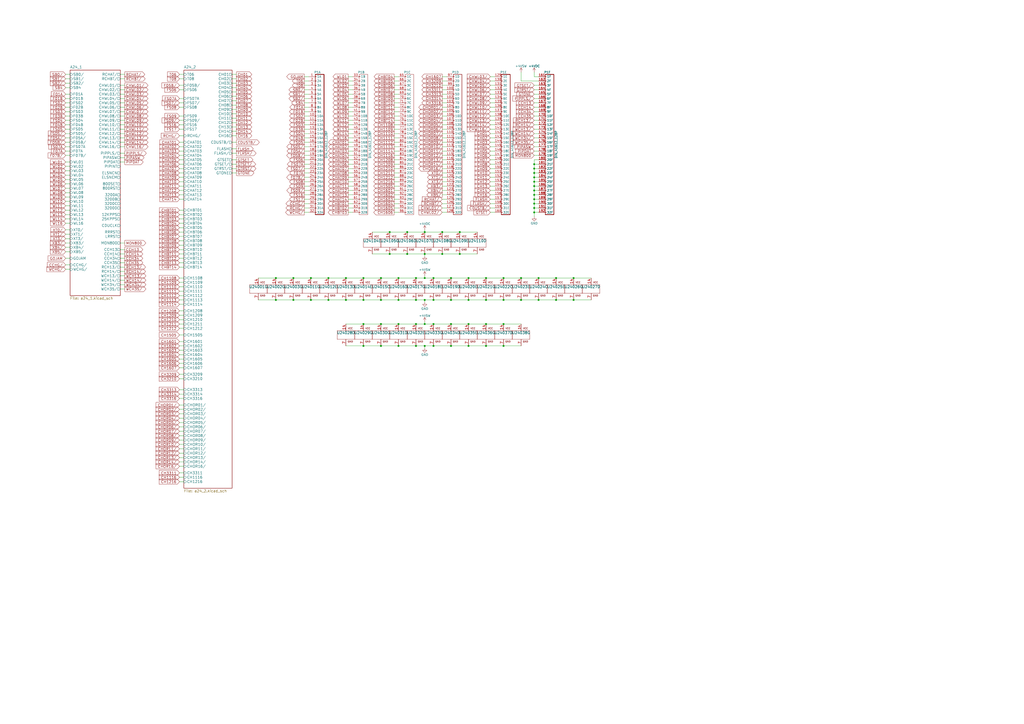
<source format=kicad_sch>
(kicad_sch (version 20211123) (generator eeschema)
  (paper "A2")
  (junction (at 170.18 173.99))
  (junction (at 241.3 173.99))
  (junction (at 256.54 134.62))
  (junction (at 246.38 173.99))
  (junction (at 309.88 123.19))
  (junction (at 210.82 200.66))
  (junction (at 271.78 161.29))
  (junction (at 246.38 187.96))
  (junction (at 246.38 161.29))
  (junction (at 309.88 110.49))
  (junction (at 226.06 147.32))
  (junction (at 210.82 161.29))
  (junction (at 309.88 102.87))
  (junction (at 332.74 173.99))
  (junction (at 190.5 173.99))
  (junction (at 241.3 187.96))
  (junction (at 180.34 161.29))
  (junction (at 292.1 173.99))
  (junction (at 251.46 187.96))
  (junction (at 302.26 161.29))
  (junction (at 292.1 200.66))
  (junction (at 160.02 173.99))
  (junction (at 312.42 173.99))
  (junction (at 236.22 134.62))
  (junction (at 312.42 161.29))
  (junction (at 231.14 161.29))
  (junction (at 220.98 173.99))
  (junction (at 292.1 161.29))
  (junction (at 332.74 161.29))
  (junction (at 271.78 200.66))
  (junction (at 210.82 187.96))
  (junction (at 281.94 173.99))
  (junction (at 190.5 161.29))
  (junction (at 302.26 173.99))
  (junction (at 309.88 113.03))
  (junction (at 256.54 147.32))
  (junction (at 309.88 107.95))
  (junction (at 261.62 200.66))
  (junction (at 180.34 173.99))
  (junction (at 271.78 173.99))
  (junction (at 251.46 200.66))
  (junction (at 322.58 173.99))
  (junction (at 251.46 161.29))
  (junction (at 246.38 147.32))
  (junction (at 246.38 134.62))
  (junction (at 281.94 161.29))
  (junction (at 266.7 134.62))
  (junction (at 309.88 105.41))
  (junction (at 261.62 161.29))
  (junction (at 220.98 187.96))
  (junction (at 292.1 187.96))
  (junction (at 266.7 147.32))
  (junction (at 241.3 200.66))
  (junction (at 220.98 200.66))
  (junction (at 200.66 173.99))
  (junction (at 231.14 173.99))
  (junction (at 309.88 100.33))
  (junction (at 246.38 200.66))
  (junction (at 170.18 161.29))
  (junction (at 236.22 147.32))
  (junction (at 309.88 118.11))
  (junction (at 160.02 161.29))
  (junction (at 226.06 134.62))
  (junction (at 309.88 120.65))
  (junction (at 309.88 115.57))
  (junction (at 241.3 161.29))
  (junction (at 210.82 173.99))
  (junction (at 322.58 161.29))
  (junction (at 200.66 161.29))
  (junction (at 271.78 187.96))
  (junction (at 281.94 187.96))
  (junction (at 309.88 95.25))
  (junction (at 261.62 173.99))
  (junction (at 309.88 97.79))
  (junction (at 261.62 187.96))
  (junction (at 231.14 187.96))
  (junction (at 220.98 161.29))
  (junction (at 281.94 200.66))
  (junction (at 251.46 173.99))
  (junction (at 231.14 200.66))
  (wire (pts (xy 104.14 219.71) (xy 106.68 219.71)))
  (wire (pts (xy 228.6 95.25) (xy 231.14 95.25)))
  (wire (pts (xy 176.53 120.65) (xy 179.07 120.65)))
  (wire (pts (xy 287.02 97.79) (xy 284.48 97.79)))
  (wire (pts (xy 210.82 187.96) (xy 220.98 187.96)))
  (wire (pts (xy 38.1 138.43) (xy 40.64 138.43)))
  (wire (pts (xy 176.53 74.93) (xy 179.07 74.93)))
  (wire (pts (xy 256.54 113.03) (xy 259.08 113.03)))
  (wire (pts (xy 287.02 74.93) (xy 284.48 74.93)))
  (wire (pts (xy 287.02 64.77) (xy 284.48 64.77)))
  (wire (pts (xy 309.88 123.19) (xy 309.88 125.73)))
  (wire (pts (xy 201.93 92.71) (xy 204.47 92.71)))
  (wire (pts (xy 236.22 147.32) (xy 246.38 147.32)))
  (wire (pts (xy 104.14 250.19) (xy 106.68 250.19)))
  (wire (pts (xy 256.54 77.47) (xy 259.08 77.47)))
  (wire (pts (xy 256.54 147.32) (xy 266.7 147.32)))
  (wire (pts (xy 201.93 123.19) (xy 204.47 123.19)))
  (wire (pts (xy 40.64 50.8) (xy 38.1 50.8)))
  (wire (pts (xy 228.6 64.77) (xy 231.14 64.77)))
  (wire (pts (xy 246.38 160.02) (xy 246.38 161.29)))
  (wire (pts (xy 309.88 118.11) (xy 312.42 118.11)))
  (wire (pts (xy 312.42 59.69) (xy 309.88 59.69)))
  (wire (pts (xy 134.62 100.33) (xy 137.16 100.33)))
  (wire (pts (xy 312.42 97.79) (xy 309.88 97.79)))
  (wire (pts (xy 104.14 67.31) (xy 106.68 67.31)))
  (wire (pts (xy 287.02 100.33) (xy 284.48 100.33)))
  (wire (pts (xy 231.14 161.29) (xy 241.3 161.29)))
  (wire (pts (xy 309.88 115.57) (xy 309.88 118.11)))
  (wire (pts (xy 104.14 149.86) (xy 106.68 149.86)))
  (wire (pts (xy 69.85 152.4) (xy 72.39 152.4)))
  (wire (pts (xy 134.62 78.74) (xy 137.16 78.74)))
  (wire (pts (xy 312.42 74.93) (xy 309.88 74.93)))
  (wire (pts (xy 69.85 91.44) (xy 72.39 91.44)))
  (wire (pts (xy 201.93 118.11) (xy 204.47 118.11)))
  (wire (pts (xy 256.54 44.45) (xy 259.08 44.45)))
  (wire (pts (xy 170.18 161.29) (xy 180.34 161.29)))
  (wire (pts (xy 312.42 64.77) (xy 309.88 64.77)))
  (wire (pts (xy 309.88 100.33) (xy 312.42 100.33)))
  (wire (pts (xy 190.5 161.29) (xy 200.66 161.29)))
  (wire (pts (xy 176.53 90.17) (xy 179.07 90.17)))
  (wire (pts (xy 69.85 64.77) (xy 72.39 64.77)))
  (wire (pts (xy 287.02 115.57) (xy 284.48 115.57)))
  (wire (pts (xy 302.26 46.99) (xy 302.26 41.91)))
  (wire (pts (xy 69.85 59.69) (xy 72.39 59.69)))
  (wire (pts (xy 176.53 92.71) (xy 179.07 92.71)))
  (wire (pts (xy 312.42 77.47) (xy 309.88 77.47)))
  (wire (pts (xy 309.88 100.33) (xy 309.88 102.87)))
  (wire (pts (xy 309.88 110.49) (xy 309.88 113.03)))
  (wire (pts (xy 287.02 92.71) (xy 284.48 92.71)))
  (wire (pts (xy 200.66 161.29) (xy 210.82 161.29)))
  (wire (pts (xy 287.02 110.49) (xy 284.48 110.49)))
  (wire (pts (xy 256.54 74.93) (xy 259.08 74.93)))
  (wire (pts (xy 40.64 43.18) (xy 38.1 43.18)))
  (wire (pts (xy 38.1 101.6) (xy 40.64 101.6)))
  (wire (pts (xy 309.88 97.79) (xy 309.88 100.33)))
  (wire (pts (xy 287.02 46.99) (xy 284.48 46.99)))
  (wire (pts (xy 104.14 173.99) (xy 106.68 173.99)))
  (wire (pts (xy 309.88 102.87) (xy 312.42 102.87)))
  (wire (pts (xy 104.14 142.24) (xy 106.68 142.24)))
  (wire (pts (xy 69.85 160.02) (xy 72.39 160.02)))
  (wire (pts (xy 104.14 57.15) (xy 106.68 57.15)))
  (wire (pts (xy 231.14 200.66) (xy 241.3 200.66)))
  (wire (pts (xy 201.93 52.07) (xy 204.47 52.07)))
  (wire (pts (xy 256.54 49.53) (xy 259.08 49.53)))
  (wire (pts (xy 220.98 173.99) (xy 231.14 173.99)))
  (wire (pts (xy 40.64 57.15) (xy 38.1 57.15)))
  (wire (pts (xy 228.6 44.45) (xy 231.14 44.45)))
  (wire (pts (xy 69.85 144.78) (xy 72.39 144.78)))
  (wire (pts (xy 246.38 173.99) (xy 251.46 173.99)))
  (wire (pts (xy 134.62 73.66) (xy 137.16 73.66)))
  (wire (pts (xy 256.54 134.62) (xy 266.7 134.62)))
  (wire (pts (xy 38.1 82.55) (xy 40.64 82.55)))
  (wire (pts (xy 256.54 87.63) (xy 259.08 87.63)))
  (wire (pts (xy 228.6 77.47) (xy 231.14 77.47)))
  (wire (pts (xy 256.54 107.95) (xy 259.08 107.95)))
  (wire (pts (xy 69.85 72.39) (xy 72.39 72.39)))
  (wire (pts (xy 69.85 80.01) (xy 72.39 80.01)))
  (wire (pts (xy 104.14 205.74) (xy 106.68 205.74)))
  (wire (pts (xy 69.85 165.1) (xy 72.39 165.1)))
  (wire (pts (xy 246.38 200.66) (xy 251.46 200.66)))
  (wire (pts (xy 69.85 140.97) (xy 72.39 140.97)))
  (wire (pts (xy 104.14 203.2) (xy 106.68 203.2)))
  (wire (pts (xy 256.54 102.87) (xy 259.08 102.87)))
  (wire (pts (xy 312.42 57.15) (xy 309.88 57.15)))
  (wire (pts (xy 309.88 92.71) (xy 309.88 95.25)))
  (wire (pts (xy 287.02 62.23) (xy 284.48 62.23)))
  (wire (pts (xy 104.14 154.94) (xy 106.68 154.94)))
  (wire (pts (xy 201.93 57.15) (xy 204.47 57.15)))
  (wire (pts (xy 201.93 54.61) (xy 204.47 54.61)))
  (wire (pts (xy 261.62 200.66) (xy 271.78 200.66)))
  (wire (pts (xy 134.62 92.71) (xy 137.16 92.71)))
  (wire (pts (xy 104.14 97.79) (xy 106.68 97.79)))
  (wire (pts (xy 176.53 110.49) (xy 179.07 110.49)))
  (wire (pts (xy 201.93 120.65) (xy 204.47 120.65)))
  (wire (pts (xy 69.85 88.9) (xy 72.39 88.9)))
  (wire (pts (xy 266.7 147.32) (xy 276.86 147.32)))
  (wire (pts (xy 104.14 74.93) (xy 106.68 74.93)))
  (wire (pts (xy 38.1 124.46) (xy 40.64 124.46)))
  (wire (pts (xy 256.54 105.41) (xy 259.08 105.41)))
  (wire (pts (xy 292.1 173.99) (xy 302.26 173.99)))
  (wire (pts (xy 104.14 270.51) (xy 106.68 270.51)))
  (wire (pts (xy 104.14 69.85) (xy 106.68 69.85)))
  (wire (pts (xy 201.93 90.17) (xy 204.47 90.17)))
  (wire (pts (xy 256.54 46.99) (xy 259.08 46.99)))
  (wire (pts (xy 302.26 161.29) (xy 312.42 161.29)))
  (wire (pts (xy 104.14 185.42) (xy 106.68 185.42)))
  (wire (pts (xy 38.1 69.85) (xy 40.64 69.85)))
  (wire (pts (xy 201.93 44.45) (xy 204.47 44.45)))
  (wire (pts (xy 201.93 59.69) (xy 204.47 59.69)))
  (wire (pts (xy 201.93 46.99) (xy 204.47 46.99)))
  (wire (pts (xy 134.62 63.5) (xy 137.16 63.5)))
  (wire (pts (xy 201.93 74.93) (xy 204.47 74.93)))
  (wire (pts (xy 200.66 200.66) (xy 210.82 200.66)))
  (wire (pts (xy 246.38 186.69) (xy 246.38 187.96)))
  (wire (pts (xy 104.14 110.49) (xy 106.68 110.49)))
  (wire (pts (xy 176.53 97.79) (xy 179.07 97.79)))
  (wire (pts (xy 176.53 85.09) (xy 179.07 85.09)))
  (wire (pts (xy 287.02 67.31) (xy 284.48 67.31)))
  (wire (pts (xy 134.62 45.72) (xy 137.16 45.72)))
  (wire (pts (xy 176.53 77.47) (xy 179.07 77.47)))
  (wire (pts (xy 200.66 187.96) (xy 210.82 187.96)))
  (wire (pts (xy 176.53 107.95) (xy 179.07 107.95)))
  (wire (pts (xy 38.1 90.17) (xy 40.64 90.17)))
  (wire (pts (xy 256.54 97.79) (xy 259.08 97.79)))
  (wire (pts (xy 106.68 45.72) (xy 104.14 45.72)))
  (wire (pts (xy 104.14 187.96) (xy 106.68 187.96)))
  (wire (pts (xy 104.14 257.81) (xy 106.68 257.81)))
  (wire (pts (xy 322.58 161.29) (xy 332.74 161.29)))
  (wire (pts (xy 38.1 146.05) (xy 40.64 146.05)))
  (wire (pts (xy 246.38 201.93) (xy 246.38 200.66)))
  (wire (pts (xy 104.14 137.16) (xy 106.68 137.16)))
  (wire (pts (xy 104.14 208.28) (xy 106.68 208.28)))
  (wire (pts (xy 104.14 260.35) (xy 106.68 260.35)))
  (wire (pts (xy 176.53 113.03) (xy 179.07 113.03)))
  (wire (pts (xy 246.38 187.96) (xy 251.46 187.96)))
  (wire (pts (xy 134.62 43.18) (xy 137.16 43.18)))
  (wire (pts (xy 220.98 200.66) (xy 231.14 200.66)))
  (wire (pts (xy 38.1 119.38) (xy 40.64 119.38)))
  (wire (pts (xy 190.5 173.99) (xy 200.66 173.99)))
  (wire (pts (xy 201.93 110.49) (xy 204.47 110.49)))
  (wire (pts (xy 104.14 274.32) (xy 106.68 274.32)))
  (wire (pts (xy 246.38 134.62) (xy 256.54 134.62)))
  (wire (pts (xy 287.02 52.07) (xy 284.48 52.07)))
  (wire (pts (xy 104.14 200.66) (xy 106.68 200.66)))
  (wire (pts (xy 312.42 85.09) (xy 309.88 85.09)))
  (wire (pts (xy 261.62 187.96) (xy 271.78 187.96)))
  (wire (pts (xy 309.88 105.41) (xy 309.88 107.95)))
  (wire (pts (xy 201.93 69.85) (xy 204.47 69.85)))
  (wire (pts (xy 201.93 85.09) (xy 204.47 85.09)))
  (wire (pts (xy 228.6 123.19) (xy 231.14 123.19)))
  (wire (pts (xy 38.1 67.31) (xy 40.64 67.31)))
  (wire (pts (xy 226.06 147.32) (xy 236.22 147.32)))
  (wire (pts (xy 312.42 90.17) (xy 309.88 90.17)))
  (wire (pts (xy 281.94 187.96) (xy 292.1 187.96)))
  (wire (pts (xy 104.14 176.53) (xy 106.68 176.53)))
  (wire (pts (xy 215.9 134.62) (xy 226.06 134.62)))
  (wire (pts (xy 69.85 149.86) (xy 72.39 149.86)))
  (wire (pts (xy 104.14 78.74) (xy 106.68 78.74)))
  (wire (pts (xy 134.62 76.2) (xy 137.16 76.2)))
  (wire (pts (xy 256.54 69.85) (xy 259.08 69.85)))
  (wire (pts (xy 38.1 133.35) (xy 40.64 133.35)))
  (wire (pts (xy 149.86 173.99) (xy 160.02 173.99)))
  (wire (pts (xy 312.42 62.23) (xy 309.88 62.23)))
  (wire (pts (xy 231.14 173.99) (xy 241.3 173.99)))
  (wire (pts (xy 38.1 111.76) (xy 40.64 111.76)))
  (wire (pts (xy 38.1 77.47) (xy 40.64 77.47)))
  (wire (pts (xy 179.07 59.69) (xy 176.53 59.69)))
  (wire (pts (xy 228.6 62.23) (xy 231.14 62.23)))
  (wire (pts (xy 287.02 105.41) (xy 284.48 105.41)))
  (wire (pts (xy 251.46 173.99) (xy 261.62 173.99)))
  (wire (pts (xy 228.6 113.03) (xy 231.14 113.03)))
  (wire (pts (xy 104.14 152.4) (xy 106.68 152.4)))
  (wire (pts (xy 228.6 59.69) (xy 231.14 59.69)))
  (wire (pts (xy 38.1 135.89) (xy 40.64 135.89)))
  (wire (pts (xy 201.93 62.23) (xy 204.47 62.23)))
  (wire (pts (xy 200.66 173.99) (xy 210.82 173.99)))
  (wire (pts (xy 69.85 74.93) (xy 72.39 74.93)))
  (wire (pts (xy 312.42 44.45) (xy 309.88 44.45)))
  (wire (pts (xy 38.1 74.93) (xy 40.64 74.93)))
  (wire (pts (xy 160.02 173.99) (xy 170.18 173.99)))
  (wire (pts (xy 309.88 95.25) (xy 309.88 97.79)))
  (wire (pts (xy 287.02 82.55) (xy 284.48 82.55)))
  (wire (pts (xy 271.78 200.66) (xy 281.94 200.66)))
  (wire (pts (xy 38.1 143.51) (xy 40.64 143.51)))
  (wire (pts (xy 231.14 187.96) (xy 241.3 187.96)))
  (wire (pts (xy 104.14 198.12) (xy 106.68 198.12)))
  (wire (pts (xy 201.93 97.79) (xy 204.47 97.79)))
  (wire (pts (xy 259.08 118.11) (xy 256.54 118.11)))
  (wire (pts (xy 228.6 54.61) (xy 231.14 54.61)))
  (wire (pts (xy 104.14 245.11) (xy 106.68 245.11)))
  (wire (pts (xy 179.07 69.85) (xy 176.53 69.85)))
  (wire (pts (xy 104.14 59.69) (xy 106.68 59.69)))
  (wire (pts (xy 287.02 54.61) (xy 284.48 54.61)))
  (wire (pts (xy 104.14 180.34) (xy 106.68 180.34)))
  (wire (pts (xy 134.62 97.79) (xy 137.16 97.79)))
  (wire (pts (xy 104.14 115.57) (xy 106.68 115.57)))
  (wire (pts (xy 220.98 187.96) (xy 231.14 187.96)))
  (wire (pts (xy 287.02 44.45) (xy 284.48 44.45)))
  (wire (pts (xy 332.74 173.99) (xy 342.9 173.99)))
  (wire (pts (xy 134.62 68.58) (xy 137.16 68.58)))
  (wire (pts (xy 40.64 62.23) (xy 38.1 62.23)))
  (wire (pts (xy 201.93 77.47) (xy 204.47 77.47)))
  (wire (pts (xy 40.64 59.69) (xy 38.1 59.69)))
  (wire (pts (xy 309.88 105.41) (xy 312.42 105.41)))
  (wire (pts (xy 104.14 213.36) (xy 106.68 213.36)))
  (wire (pts (xy 38.1 87.63) (xy 40.64 87.63)))
  (wire (pts (xy 104.14 276.86) (xy 106.68 276.86)))
  (wire (pts (xy 228.6 102.87) (xy 231.14 102.87)))
  (wire (pts (xy 104.14 129.54) (xy 106.68 129.54)))
  (wire (pts (xy 287.02 72.39) (xy 284.48 72.39)))
  (wire (pts (xy 104.14 102.87) (xy 106.68 102.87)))
  (wire (pts (xy 210.82 161.29) (xy 220.98 161.29)))
  (wire (pts (xy 69.85 157.48) (xy 72.39 157.48)))
  (wire (pts (xy 266.7 134.62) (xy 276.86 134.62)))
  (wire (pts (xy 228.6 80.01) (xy 231.14 80.01)))
  (wire (pts (xy 228.6 52.07) (xy 231.14 52.07)))
  (wire (pts (xy 210.82 200.66) (xy 220.98 200.66)))
  (wire (pts (xy 176.53 102.87) (xy 179.07 102.87)))
  (wire (pts (xy 176.53 82.55) (xy 179.07 82.55)))
  (wire (pts (xy 104.14 127) (xy 106.68 127)))
  (wire (pts (xy 104.14 252.73) (xy 106.68 252.73)))
  (wire (pts (xy 287.02 80.01) (xy 284.48 80.01)))
  (wire (pts (xy 104.14 72.39) (xy 106.68 72.39)))
  (wire (pts (xy 256.54 80.01) (xy 259.08 80.01)))
  (wire (pts (xy 309.88 113.03) (xy 309.88 115.57)))
  (wire (pts (xy 176.53 80.01) (xy 179.07 80.01)))
  (wire (pts (xy 179.07 57.15) (xy 176.53 57.15)))
  (wire (pts (xy 271.78 161.29) (xy 281.94 161.29)))
  (wire (pts (xy 104.14 62.23) (xy 106.68 62.23)))
  (wire (pts (xy 38.1 99.06) (xy 40.64 99.06)))
  (wire (pts (xy 69.85 69.85) (xy 72.39 69.85)))
  (wire (pts (xy 38.1 109.22) (xy 40.64 109.22)))
  (wire (pts (xy 312.42 54.61) (xy 309.88 54.61)))
  (wire (pts (xy 104.14 226.06) (xy 106.68 226.06)))
  (wire (pts (xy 256.54 110.49) (xy 259.08 110.49)))
  (wire (pts (xy 104.14 100.33) (xy 106.68 100.33)))
  (wire (pts (xy 228.6 82.55) (xy 231.14 82.55)))
  (wire (pts (xy 309.88 102.87) (xy 309.88 105.41)))
  (wire (pts (xy 259.08 123.19) (xy 256.54 123.19)))
  (wire (pts (xy 201.93 72.39) (xy 204.47 72.39)))
  (wire (pts (xy 104.14 121.92) (xy 106.68 121.92)))
  (wire (pts (xy 180.34 173.99) (xy 190.5 173.99)))
  (wire (pts (xy 104.14 237.49) (xy 106.68 237.49)))
  (wire (pts (xy 256.54 64.77) (xy 259.08 64.77)))
  (wire (pts (xy 228.6 100.33) (xy 231.14 100.33)))
  (wire (pts (xy 287.02 59.69) (xy 284.48 59.69)))
  (wire (pts (xy 104.14 234.95) (xy 106.68 234.95)))
  (wire (pts (xy 215.9 147.32) (xy 226.06 147.32)))
  (wire (pts (xy 228.6 110.49) (xy 231.14 110.49)))
  (wire (pts (xy 104.14 265.43) (xy 106.68 265.43)))
  (wire (pts (xy 287.02 113.03) (xy 284.48 113.03)))
  (wire (pts (xy 236.22 134.62) (xy 246.38 134.62)))
  (wire (pts (xy 104.14 168.91) (xy 106.68 168.91)))
  (wire (pts (xy 228.6 118.11) (xy 231.14 118.11)))
  (wire (pts (xy 38.1 156.21) (xy 40.64 156.21)))
  (wire (pts (xy 312.42 161.29) (xy 322.58 161.29)))
  (wire (pts (xy 201.93 113.03) (xy 204.47 113.03)))
  (wire (pts (xy 38.1 96.52) (xy 40.64 96.52)))
  (wire (pts (xy 176.53 123.19) (xy 179.07 123.19)))
  (wire (pts (xy 256.54 85.09) (xy 259.08 85.09)))
  (wire (pts (xy 287.02 118.11) (xy 284.48 118.11)))
  (wire (pts (xy 179.07 72.39) (xy 176.53 72.39)))
  (wire (pts (xy 201.93 49.53) (xy 204.47 49.53)))
  (wire (pts (xy 176.53 118.11) (xy 179.07 118.11)))
  (wire (pts (xy 256.54 92.71) (xy 259.08 92.71)))
  (wire (pts (xy 241.3 173.99) (xy 246.38 173.99)))
  (wire (pts (xy 104.14 242.57) (xy 106.68 242.57)))
  (wire (pts (xy 69.85 67.31) (xy 72.39 67.31)))
  (wire (pts (xy 201.93 67.31) (xy 204.47 67.31)))
  (wire (pts (xy 104.14 166.37) (xy 106.68 166.37)))
  (wire (pts (xy 292.1 187.96) (xy 302.26 187.96)))
  (wire (pts (xy 69.85 147.32) (xy 72.39 147.32)))
  (wire (pts (xy 104.14 210.82) (xy 106.68 210.82)))
  (wire (pts (xy 281.94 173.99) (xy 292.1 173.99)))
  (wire (pts (xy 179.07 64.77) (xy 176.53 64.77)))
  (wire (pts (xy 104.14 90.17) (xy 106.68 90.17)))
  (wire (pts (xy 38.1 116.84) (xy 40.64 116.84)))
  (wire (pts (xy 38.1 121.92) (xy 40.64 121.92)))
  (wire (pts (xy 104.14 279.4) (xy 106.68 279.4)))
  (wire (pts (xy 179.07 67.31) (xy 176.53 67.31)))
  (wire (pts (xy 104.14 255.27) (xy 106.68 255.27)))
  (wire (pts (xy 104.14 163.83) (xy 106.68 163.83)))
  (wire (pts (xy 38.1 104.14) (xy 40.64 104.14)))
  (wire (pts (xy 104.14 87.63) (xy 106.68 87.63)))
  (wire (pts (xy 104.14 82.55) (xy 106.68 82.55)))
  (wire (pts (xy 160.02 161.29) (xy 170.18 161.29)))
  (wire (pts (xy 246.38 173.99) (xy 246.38 175.26)))
  (wire (pts (xy 256.54 95.25) (xy 259.08 95.25)))
  (wire (pts (xy 312.42 49.53) (xy 309.88 49.53)))
  (wire (pts (xy 38.1 140.97) (xy 40.64 140.97)))
  (wire (pts (xy 134.62 66.04) (xy 137.16 66.04)))
  (wire (pts (xy 312.42 82.55) (xy 309.88 82.55)))
  (wire (pts (xy 40.64 45.72) (xy 38.1 45.72)))
  (wire (pts (xy 69.85 82.55) (xy 72.39 82.55)))
  (wire (pts (xy 312.42 95.25) (xy 309.88 95.25)))
  (wire (pts (xy 104.14 147.32) (xy 106.68 147.32)))
  (wire (pts (xy 309.88 92.71) (xy 312.42 92.71)))
  (wire (pts (xy 179.07 46.99) (xy 176.53 46.99)))
  (wire (pts (xy 104.14 85.09) (xy 106.68 85.09)))
  (wire (pts (xy 246.38 147.32) (xy 246.38 148.59)))
  (wire (pts (xy 228.6 49.53) (xy 231.14 49.53)))
  (wire (pts (xy 134.62 48.26) (xy 137.16 48.26)))
  (wire (pts (xy 38.1 149.86) (xy 40.64 149.86)))
  (wire (pts (xy 228.6 46.99) (xy 231.14 46.99)))
  (wire (pts (xy 246.38 134.62) (xy 246.38 133.35)))
  (wire (pts (xy 256.54 90.17) (xy 259.08 90.17)))
  (wire (pts (xy 256.54 54.61) (xy 259.08 54.61)))
  (wire (pts (xy 201.93 82.55) (xy 204.47 82.55)))
  (wire (pts (xy 134.62 55.88) (xy 137.16 55.88)))
  (wire (pts (xy 69.85 77.47) (xy 72.39 77.47)))
  (wire (pts (xy 69.85 62.23) (xy 72.39 62.23)))
  (wire (pts (xy 287.02 49.53) (xy 284.48 49.53)))
  (wire (pts (xy 104.14 113.03) (xy 106.68 113.03)))
  (wire (pts (xy 312.42 67.31) (xy 309.88 67.31)))
  (wire (pts (xy 292.1 161.29) (xy 302.26 161.29)))
  (wire (pts (xy 309.88 107.95) (xy 312.42 107.95)))
  (wire (pts (xy 104.14 132.08) (xy 106.68 132.08)))
  (wire (pts (xy 38.1 80.01) (xy 40.64 80.01)))
  (wire (pts (xy 281.94 161.29) (xy 292.1 161.29)))
  (wire (pts (xy 38.1 93.98) (xy 40.64 93.98)))
  (wire (pts (xy 332.74 161.29) (xy 342.9 161.29)))
  (wire (pts (xy 201.93 107.95) (xy 204.47 107.95)))
  (wire (pts (xy 309.88 44.45) (xy 309.88 41.91)))
  (wire (pts (xy 251.46 187.96) (xy 261.62 187.96)))
  (wire (pts (xy 104.14 182.88) (xy 106.68 182.88)))
  (wire (pts (xy 287.02 85.09) (xy 284.48 85.09)))
  (wire (pts (xy 259.08 115.57) (xy 256.54 115.57)))
  (wire (pts (xy 104.14 240.03) (xy 106.68 240.03)))
  (wire (pts (xy 179.07 52.07) (xy 176.53 52.07)))
  (wire (pts (xy 287.02 69.85) (xy 284.48 69.85)))
  (wire (pts (xy 69.85 49.53) (xy 72.39 49.53)))
  (wire (pts (xy 104.14 171.45) (xy 106.68 171.45)))
  (wire (pts (xy 228.6 92.71) (xy 231.14 92.71)))
  (wire (pts (xy 69.85 167.64) (xy 72.39 167.64)))
  (wire (pts (xy 312.42 52.07) (xy 309.88 52.07)))
  (wire (pts (xy 104.14 194.31) (xy 106.68 194.31)))
  (wire (pts (xy 210.82 173.99) (xy 220.98 173.99)))
  (wire (pts (xy 287.02 95.25) (xy 284.48 95.25)))
  (wire (pts (xy 104.14 49.53) (xy 106.68 49.53)))
  (wire (pts (xy 322.58 173.99) (xy 332.74 173.99)))
  (wire (pts (xy 228.6 105.41) (xy 231.14 105.41)))
  (wire (pts (xy 228.6 97.79) (xy 231.14 97.79)))
  (wire (pts (xy 201.93 95.25) (xy 204.47 95.25)))
  (wire (pts (xy 38.1 153.67) (xy 40.64 153.67)))
  (wire (pts (xy 261.62 173.99) (xy 271.78 173.99)))
  (wire (pts (xy 312.42 173.99) (xy 322.58 173.99)))
  (wire (pts (xy 241.3 187.96) (xy 246.38 187.96)))
  (wire (pts (xy 220.98 161.29) (xy 231.14 161.29)))
  (wire (pts (xy 134.62 53.34) (xy 137.16 53.34)))
  (wire (pts (xy 179.07 49.53) (xy 176.53 49.53)))
  (wire (pts (xy 104.14 105.41) (xy 106.68 105.41)))
  (wire (pts (xy 287.02 123.19) (xy 284.48 123.19)))
  (wire (pts (xy 104.14 124.46) (xy 106.68 124.46)))
  (wire (pts (xy 228.6 57.15) (xy 231.14 57.15)))
  (wire (pts (xy 38.1 85.09) (xy 40.64 85.09)))
  (wire (pts (xy 228.6 90.17) (xy 231.14 90.17)))
  (wire (pts (xy 309.88 107.95) (xy 309.88 110.49)))
  (wire (pts (xy 149.86 161.29) (xy 160.02 161.29)))
  (wire (pts (xy 309.88 110.49) (xy 312.42 110.49)))
  (wire (pts (xy 104.14 161.29) (xy 106.68 161.29)))
  (wire (pts (xy 312.42 46.99) (xy 302.26 46.99)))
  (wire (pts (xy 134.62 50.8) (xy 137.16 50.8)))
  (wire (pts (xy 228.6 72.39) (xy 231.14 72.39)))
  (wire (pts (xy 228.6 107.95) (xy 231.14 107.95)))
  (wire (pts (xy 176.53 44.45) (xy 179.07 44.45)))
  (wire (pts (xy 176.53 87.63) (xy 179.07 87.63)))
  (wire (pts (xy 201.93 105.41) (xy 204.47 105.41)))
  (wire (pts (xy 201.93 80.01) (xy 204.47 80.01)))
  (wire (pts (xy 69.85 54.61) (xy 72.39 54.61)))
  (wire (pts (xy 104.14 231.14) (xy 106.68 231.14)))
  (wire (pts (xy 40.64 54.61) (xy 38.1 54.61)))
  (wire (pts (xy 228.6 69.85) (xy 231.14 69.85)))
  (wire (pts (xy 246.38 161.29) (xy 251.46 161.29)))
  (wire (pts (xy 104.14 134.62) (xy 106.68 134.62)))
  (wire (pts (xy 309.88 113.03) (xy 312.42 113.03)))
  (wire (pts (xy 40.64 64.77) (xy 38.1 64.77)))
  (wire (pts (xy 176.53 100.33) (xy 179.07 100.33)))
  (wire (pts (xy 309.88 115.57) (xy 312.42 115.57)))
  (wire (pts (xy 104.14 228.6) (xy 106.68 228.6)))
  (wire (pts (xy 104.14 107.95) (xy 106.68 107.95)))
  (wire (pts (xy 312.42 72.39) (xy 309.88 72.39)))
  (wire (pts (xy 137.16 82.55) (xy 134.62 82.55)))
  (wire (pts (xy 309.88 120.65) (xy 309.88 123.19)))
  (wire (pts (xy 170.18 173.99) (xy 180.34 173.99)))
  (wire (pts (xy 104.14 267.97) (xy 106.68 267.97)))
  (wire (pts (xy 176.53 95.25) (xy 179.07 95.25)))
  (wire (pts (xy 69.85 43.18) (xy 72.39 43.18)))
  (wire (pts (xy 69.85 162.56) (xy 72.39 162.56)))
  (wire (pts (xy 40.64 48.26) (xy 38.1 48.26)))
  (wire (pts (xy 104.14 95.25) (xy 106.68 95.25)))
  (wire (pts (xy 281.94 200.66) (xy 292.1 200.66)))
  (wire (pts (xy 38.1 129.54) (xy 40.64 129.54)))
  (wire (pts (xy 134.62 60.96) (xy 137.16 60.96)))
  (wire (pts (xy 104.14 262.89) (xy 106.68 262.89)))
  (wire (pts (xy 241.3 161.29) (xy 246.38 161.29)))
  (wire (pts (xy 271.78 187.96) (xy 281.94 187.96)))
  (wire (pts (xy 228.6 115.57) (xy 231.14 115.57)))
  (wire (pts (xy 312.42 80.01) (xy 309.88 80.01)))
  (wire (pts (xy 69.85 85.09) (xy 72.39 85.09)))
  (wire (pts (xy 261.62 161.29) (xy 271.78 161.29)))
  (wire (pts (xy 256.54 82.55) (xy 259.08 82.55)))
  (wire (pts (xy 287.02 102.87) (xy 284.48 102.87)))
  (wire (pts (xy 179.07 54.61) (xy 176.53 54.61)))
  (wire (pts (xy 201.93 87.63) (xy 204.47 87.63)))
  (wire (pts (xy 256.54 72.39) (xy 259.08 72.39)))
  (wire (pts (xy 180.34 161.29) (xy 190.5 161.29)))
  (wire (pts (xy 259.08 120.65) (xy 256.54 120.65)))
  (wire (pts (xy 256.54 100.33) (xy 259.08 100.33)))
  (wire (pts (xy 228.6 85.09) (xy 231.14 85.09)))
  (wire (pts (xy 104.14 52.07) (xy 106.68 52.07)))
  (wire (pts (xy 246.38 147.32) (xy 256.54 147.32)))
  (wire (pts (xy 256.54 59.69) (xy 259.08 59.69)))
  (wire (pts (xy 134.62 95.25) (xy 137.16 95.25)))
  (wire (pts (xy 134.62 86.36) (xy 137.16 86.36)))
  (wire (pts (xy 287.02 57.15) (xy 284.48 57.15)))
  (wire (pts (xy 201.93 100.33) (xy 204.47 100.33)))
  (wire (pts (xy 104.14 217.17) (xy 106.68 217.17)))
  (wire (pts (xy 106.68 43.18) (xy 104.14 43.18)))
  (wire (pts (xy 309.88 118.11) (xy 309.88 120.65)))
  (wire (pts (xy 256.54 52.07) (xy 259.08 52.07)))
  (wire (pts (xy 251.46 161.29) (xy 261.62 161.29)))
  (wire (pts (xy 104.14 144.78) (xy 106.68 144.78)))
  (wire (pts (xy 287.02 120.65) (xy 284.48 120.65)))
  (wire (pts (xy 104.14 139.7) (xy 106.68 139.7)))
  (wire (pts (xy 312.42 69.85) (xy 309.88 69.85)))
  (wire (pts (xy 104.14 92.71) (xy 106.68 92.71)))
  (wire (pts (xy 38.1 114.3) (xy 40.64 114.3)))
  (wire (pts (xy 201.93 102.87) (xy 204.47 102.87)))
  (wire (pts (xy 309.88 123.19) (xy 312.42 123.19)))
  (wire (pts (xy 104.14 190.5) (xy 106.68 190.5)))
  (wire (pts (xy 134.62 58.42) (xy 137.16 58.42)))
  (wire (pts (xy 38.1 127) (xy 40.64 127)))
  (wire (pts (xy 287.02 107.95) (xy 284.48 107.95)))
  (wire (pts (xy 104.14 247.65) (xy 106.68 247.65)))
  (wire (pts (xy 228.6 120.65) (xy 231.14 120.65)))
  (wire (pts (xy 226.06 134.62) (xy 236.22 134.62)))
  (wire (pts (xy 271.78 173.99) (xy 281.94 173.99)))
  (wire (pts (xy 69.85 45.72) (xy 72.39 45.72)))
  (wire (pts (xy 176.53 105.41) (xy 179.07 105.41)))
  (wire (pts (xy 69.85 154.94) (xy 72.39 154.94)))
  (wire (pts (xy 38.1 72.39) (xy 40.64 72.39)))
  (wire (pts (xy 241.3 200.66) (xy 246.38 200.66)))
  (wire (pts (xy 134.62 71.12) (xy 137.16 71.12)))
  (wire (pts (xy 179.07 62.23) (xy 176.53 62.23)))
  (wire (pts (xy 292.1 200.66) (xy 302.26 200.66)))
  (wire (pts (xy 134.62 88.9) (xy 137.16 88.9)))
  (wire (pts (xy 69.85 93.98) (xy 72.39 93.98)))
  (wire (pts (xy 302.26 173.99) (xy 312.42 173.99)))
  (wire (pts (xy 251.46 200.66) (xy 261.62 200.66)))
  (wire (pts (xy 228.6 87.63) (xy 231.14 87.63)))
  (wire (pts (xy 287.02 77.47) (xy 284.48 77.47)))
  (wire (pts (xy 201.93 115.57) (xy 204.47 115.57)))
  (wire (pts (xy 312.42 87.63) (xy 309.88 87.63)))
  (wire (pts (xy 287.02 90.17) (xy 284.48 90.17)))
  (wire (pts (xy 309.88 120.65) (xy 312.42 120.65)))
  (wire (pts (xy 287.02 87.63) (xy 284.48 87.63)))
  (wire (pts (xy 228.6 67.31) (xy 231.14 67.31)))
  (wire (pts (xy 176.53 115.57) (xy 179.07 115.57)))
  (wire (pts (xy 256.54 62.23) (xy 259.08 62.23)))
  (wire (pts (xy 201.93 64.77) (xy 204.47 64.77)))
  (wire (pts (xy 256.54 57.15) (xy 259.08 57.15)))
  (wire (pts (xy 256.54 67.31) (xy 259.08 67.31)))
  (wire (pts (xy 228.6 74.93) (xy 231.14 74.93)))
  (wire (pts (xy 38.1 106.68) (xy 40.64 106.68)))
  (wire (pts (xy 69.85 57.15) (xy 72.39 57.15)))
  (wire (pts (xy 69.85 52.07) (xy 72.39 52.07)))
  (global_label "SB1/" (shape output) (at 176.53 54.61 180) (effects (font (size 1.524 1.524))) (property "Intersheet References" "${INTERSHEET_REFS}" (effects hide)))
  (global_label "CHAT10" (shape input) (at 104.14 105.41 180) (effects (font (size 1.524 1.524))) (property "Intersheet References" "${INTERSHEET_REFS}" (effects hide)))
  (global_label "WL13" (shape output) (at 201.93 74.93 180) (effects (font (size 1.524 1.524))) (property "Intersheet References" "${INTERSHEET_REFS}" (effects hide)))
  (global_label "CH06" (shape output) (at 137.16 55.88 0) (effects (font (size 1.524 1.524))) (property "Intersheet References" "${INTERSHEET_REFS}" (effects hide)))
  (global_label "CH1209" (shape input) (at 104.14 182.88 180) (effects (font (size 1.524 1.524))) (property "Intersheet References" "${INTERSHEET_REFS}" (effects hide)))
  (global_label "RCH13/" (shape input) (at 309.88 69.85 180) (effects (font (size 1.524 1.524))) (property "Intersheet References" "${INTERSHEET_REFS}" (effects hide)))
  (global_label "CH14" (shape output) (at 137.16 76.2 0) (effects (font (size 1.524 1.524))) (property "Intersheet References" "${INTERSHEET_REFS}" (effects hide)))
  (global_label "PIPPLS/" (shape input) (at 309.88 57.15 180) (effects (font (size 1.524 1.524))) (property "Intersheet References" "${INTERSHEET_REFS}" (effects hide)))
  (global_label "CH03" (shape output) (at 137.16 48.26 0) (effects (font (size 1.524 1.524))) (property "Intersheet References" "${INTERSHEET_REFS}" (effects hide)))
  (global_label "CHOR01/" (shape output) (at 256.54 62.23 180) (effects (font (size 1.524 1.524))) (property "Intersheet References" "${INTERSHEET_REFS}" (effects hide)))
  (global_label "CHWL07/" (shape input) (at 284.48 54.61 180) (effects (font (size 1.524 1.524))) (property "Intersheet References" "${INTERSHEET_REFS}" (effects hide)))
  (global_label "F03B" (shape input) (at 38.1 67.31 180) (effects (font (size 1.524 1.524))) (property "Intersheet References" "${INTERSHEET_REFS}" (effects hide)))
  (global_label "CH1112" (shape output) (at 228.6 82.55 180) (effects (font (size 1.524 1.524))) (property "Intersheet References" "${INTERSHEET_REFS}" (effects hide)))
  (global_label "CH1210" (shape input) (at 104.14 185.42 180) (effects (font (size 1.524 1.524))) (property "Intersheet References" "${INTERSHEET_REFS}" (effects hide)))
  (global_label "CH04" (shape output) (at 137.16 50.8 0) (effects (font (size 1.524 1.524))) (property "Intersheet References" "${INTERSHEET_REFS}" (effects hide)))
  (global_label "CH1109" (shape input) (at 104.14 163.83 180) (effects (font (size 1.524 1.524))) (property "Intersheet References" "${INTERSHEET_REFS}" (effects hide)))
  (global_label "CH1209" (shape output) (at 228.6 95.25 180) (effects (font (size 1.524 1.524))) (property "Intersheet References" "${INTERSHEET_REFS}" (effects hide)))
  (global_label "CHOR12/" (shape input) (at 104.14 262.89 180) (effects (font (size 1.524 1.524))) (property "Intersheet References" "${INTERSHEET_REFS}" (effects hide)))
  (global_label "CHAT01" (shape output) (at 201.93 82.55 180) (effects (font (size 1.524 1.524))) (property "Intersheet References" "${INTERSHEET_REFS}" (effects hide)))
  (global_label "CHWL13/" (shape output) (at 72.39 80.01 0) (effects (font (size 1.524 1.524))) (property "Intersheet References" "${INTERSHEET_REFS}" (effects hide)))
  (global_label "WL02" (shape output) (at 201.93 46.99 180) (effects (font (size 1.524 1.524))) (property "Intersheet References" "${INTERSHEET_REFS}" (effects hide)))
  (global_label "GTSET/" (shape input) (at 309.88 49.53 180) (effects (font (size 1.524 1.524))) (property "Intersheet References" "${INTERSHEET_REFS}" (effects hide)))
  (global_label "CCH13" (shape output) (at 72.39 144.78 0) (effects (font (size 1.524 1.524))) (property "Intersheet References" "${INTERSHEET_REFS}" (effects hide)))
  (global_label "RCH13/" (shape output) (at 72.39 154.94 0) (effects (font (size 1.524 1.524))) (property "Intersheet References" "${INTERSHEET_REFS}" (effects hide)))
  (global_label "CHOR08/" (shape input) (at 104.14 252.73 180) (effects (font (size 1.524 1.524))) (property "Intersheet References" "${INTERSHEET_REFS}" (effects hide)))
  (global_label "CHWL09/" (shape input) (at 284.48 59.69 180) (effects (font (size 1.524 1.524))) (property "Intersheet References" "${INTERSHEET_REFS}" (effects hide)))
  (global_label "CHWL09/" (shape output) (at 72.39 69.85 0) (effects (font (size 1.524 1.524))) (property "Intersheet References" "${INTERSHEET_REFS}" (effects hide)))
  (global_label "F07B/" (shape input) (at 38.1 90.17 180) (effects (font (size 1.524 1.524))) (property "Intersheet References" "${INTERSHEET_REFS}" (effects hide)))
  (global_label "PIPASW" (shape input) (at 309.88 85.09 180) (effects (font (size 1.524 1.524))) (property "Intersheet References" "${INTERSHEET_REFS}" (effects hide)))
  (global_label "WL10" (shape output) (at 201.93 67.31 180) (effects (font (size 1.524 1.524))) (property "Intersheet References" "${INTERSHEET_REFS}" (effects hide)))
  (global_label "CHBT07" (shape output) (at 228.6 52.07 180) (effects (font (size 1.524 1.524))) (property "Intersheet References" "${INTERSHEET_REFS}" (effects hide)))
  (global_label "CHWL12/" (shape output) (at 72.39 77.47 0) (effects (font (size 1.524 1.524))) (property "Intersheet References" "${INTERSHEET_REFS}" (effects hide)))
  (global_label "SB0/" (shape output) (at 176.53 52.07 180) (effects (font (size 1.524 1.524))) (property "Intersheet References" "${INTERSHEET_REFS}" (effects hide)))
  (global_label "CHWL12/" (shape input) (at 284.48 67.31 180) (effects (font (size 1.524 1.524))) (property "Intersheet References" "${INTERSHEET_REFS}" (effects hide)))
  (global_label "CH1602" (shape input) (at 104.14 200.66 180) (effects (font (size 1.524 1.524))) (property "Intersheet References" "${INTERSHEET_REFS}" (effects hide)))
  (global_label "CH1114" (shape output) (at 228.6 87.63 180) (effects (font (size 1.524 1.524))) (property "Intersheet References" "${INTERSHEET_REFS}" (effects hide)))
  (global_label "CH02" (shape input) (at 284.48 80.01 180) (effects (font (size 1.524 1.524))) (property "Intersheet References" "${INTERSHEET_REFS}" (effects hide)))
  (global_label "CHAT07" (shape output) (at 201.93 97.79 180) (effects (font (size 1.524 1.524))) (property "Intersheet References" "${INTERSHEET_REFS}" (effects hide)))
  (global_label "WL01" (shape input) (at 38.1 93.98 180) (effects (font (size 1.524 1.524))) (property "Intersheet References" "${INTERSHEET_REFS}" (effects hide)))
  (global_label "F05A/" (shape output) (at 176.53 87.63 180) (effects (font (size 1.524 1.524))) (property "Intersheet References" "${INTERSHEET_REFS}" (effects hide)))
  (global_label "WCH35/" (shape output) (at 72.39 167.64 0) (effects (font (size 1.524 1.524))) (property "Intersheet References" "${INTERSHEET_REFS}" (effects hide)))
  (global_label "CH1111" (shape output) (at 228.6 80.01 180) (effects (font (size 1.524 1.524))) (property "Intersheet References" "${INTERSHEET_REFS}" (effects hide)))
  (global_label "CHBT12" (shape input) (at 104.14 149.86 180) (effects (font (size 1.524 1.524))) (property "Intersheet References" "${INTERSHEET_REFS}" (effects hide)))
  (global_label "CH3316" (shape input) (at 104.14 231.14 180) (effects (font (size 1.524 1.524))) (property "Intersheet References" "${INTERSHEET_REFS}" (effects hide)))
  (global_label "CHAT13" (shape output) (at 201.93 113.03 180) (effects (font (size 1.524 1.524))) (property "Intersheet References" "${INTERSHEET_REFS}" (effects hide)))
  (global_label "CHOR13/" (shape output) (at 256.54 92.71 180) (effects (font (size 1.524 1.524))) (property "Intersheet References" "${INTERSHEET_REFS}" (effects hide)))
  (global_label "CHAT08" (shape output) (at 201.93 100.33 180) (effects (font (size 1.524 1.524))) (property "Intersheet References" "${INTERSHEET_REFS}" (effects hide)))
  (global_label "CHBT07" (shape input) (at 104.14 137.16 180) (effects (font (size 1.524 1.524))) (property "Intersheet References" "${INTERSHEET_REFS}" (effects hide)))
  (global_label "XB4/" (shape output) (at 256.54 110.49 180) (effects (font (size 1.524 1.524))) (property "Intersheet References" "${INTERSHEET_REFS}" (effects hide)))
  (global_label "WL12" (shape input) (at 38.1 121.92 180) (effects (font (size 1.524 1.524))) (property "Intersheet References" "${INTERSHEET_REFS}" (effects hide)))
  (global_label "CHWL08/" (shape input) (at 284.48 57.15 180) (effects (font (size 1.524 1.524))) (property "Intersheet References" "${INTERSHEET_REFS}" (effects hide)))
  (global_label "FS17" (shape input) (at 104.14 74.93 180) (effects (font (size 1.524 1.524))) (property "Intersheet References" "${INTERSHEET_REFS}" (effects hide)))
  (global_label "CHWL14/" (shape output) (at 72.39 82.55 0) (effects (font (size 1.524 1.524))) (property "Intersheet References" "${INTERSHEET_REFS}" (effects hide)))
  (global_label "XB3/" (shape output) (at 256.54 107.95 180) (effects (font (size 1.524 1.524))) (property "Intersheet References" "${INTERSHEET_REFS}" (effects hide)))
  (global_label "SB4" (shape output) (at 176.53 59.69 180) (effects (font (size 1.524 1.524))) (property "Intersheet References" "${INTERSHEET_REFS}" (effects hide)))
  (global_label "XT0/" (shape input) (at 38.1 133.35 180) (effects (font (size 1.524 1.524))) (property "Intersheet References" "${INTERSHEET_REFS}" (effects hide)))
  (global_label "CH1212" (shape input) (at 104.14 190.5 180) (effects (font (size 1.524 1.524))) (property "Intersheet References" "${INTERSHEET_REFS}" (effects hide)))
  (global_label "CH12" (shape input) (at 284.48 105.41 180) (effects (font (size 1.524 1.524))) (property "Intersheet References" "${INTERSHEET_REFS}" (effects hide)))
  (global_label "CHBT14" (shape output) (at 228.6 69.85 180) (effects (font (size 1.524 1.524))) (property "Intersheet References" "${INTERSHEET_REFS}" (effects hide)))
  (global_label "RCHG/" (shape output) (at 176.53 120.65 180) (effects (font (size 1.524 1.524))) (property "Intersheet References" "${INTERSHEET_REFS}" (effects hide)))
  (global_label "XB3/" (shape input) (at 38.1 140.97 180) (effects (font (size 1.524 1.524))) (property "Intersheet References" "${INTERSHEET_REFS}" (effects hide)))
  (global_label "CH09" (shape output) (at 137.16 63.5 0) (effects (font (size 1.524 1.524))) (property "Intersheet References" "${INTERSHEET_REFS}" (effects hide)))
  (global_label "CH05" (shape output) (at 137.16 53.34 0) (effects (font (size 1.524 1.524))) (property "Intersheet References" "${INTERSHEET_REFS}" (effects hide)))
  (global_label "WL06" (shape output) (at 201.93 57.15 180) (effects (font (size 1.524 1.524))) (property "Intersheet References" "${INTERSHEET_REFS}" (effects hide)))
  (global_label "CH3313" (shape output) (at 256.54 54.61 180) (effects (font (size 1.524 1.524))) (property "Intersheet References" "${INTERSHEET_REFS}" (effects hide)))
  (global_label "WL08" (shape output) (at 201.93 62.23 180) (effects (font (size 1.524 1.524))) (property "Intersheet References" "${INTERSHEET_REFS}" (effects hide)))
  (global_label "CH14" (shape input) (at 284.48 110.49 180) (effects (font (size 1.524 1.524))) (property "Intersheet References" "${INTERSHEET_REFS}" (effects hide)))
  (global_label "XT3/" (shape output) (at 256.54 105.41 180) (effects (font (size 1.524 1.524))) (property "Intersheet References" "${INTERSHEET_REFS}" (effects hide)))
  (global_label "CHBT05" (shape output) (at 228.6 46.99 180) (effects (font (size 1.524 1.524))) (property "Intersheet References" "${INTERSHEET_REFS}" (effects hide)))
  (global_label "WCH34/" (shape input) (at 309.88 80.01 180) (effects (font (size 1.524 1.524))) (property "Intersheet References" "${INTERSHEET_REFS}" (effects hide)))
  (global_label "WL02" (shape input) (at 38.1 96.52 180) (effects (font (size 1.524 1.524))) (property "Intersheet References" "${INTERSHEET_REFS}" (effects hide)))
  (global_label "CHBT03" (shape input) (at 104.14 127 180) (effects (font (size 1.524 1.524))) (property "Intersheet References" "${INTERSHEET_REFS}" (effects hide)))
  (global_label "FLASH/" (shape input) (at 284.48 118.11 180) (effects (font (size 1.524 1.524))) (property "Intersheet References" "${INTERSHEET_REFS}" (effects hide)))
  (global_label "CH1109" (shape output) (at 228.6 74.93 180) (effects (font (size 1.524 1.524))) (property "Intersheet References" "${INTERSHEET_REFS}" (effects hide)))
  (global_label "CHBT06" (shape input) (at 104.14 134.62 180) (effects (font (size 1.524 1.524))) (property "Intersheet References" "${INTERSHEET_REFS}" (effects hide)))
  (global_label "XB5/" (shape input) (at 38.1 146.05 180) (effects (font (size 1.524 1.524))) (property "Intersheet References" "${INTERSHEET_REFS}" (effects hide)))
  (global_label "FS16" (shape output) (at 176.53 113.03 180) (effects (font (size 1.524 1.524))) (property "Intersheet References" "${INTERSHEET_REFS}" (effects hide)))
  (global_label "CH04" (shape input) (at 284.48 85.09 180) (effects (font (size 1.524 1.524))) (property "Intersheet References" "${INTERSHEET_REFS}" (effects hide)))
  (global_label "WL09" (shape input) (at 38.1 114.3 180) (effects (font (size 1.524 1.524))) (property "Intersheet References" "${INTERSHEET_REFS}" (effects hide)))
  (global_label "SB2/" (shape input) (at 38.1 48.26 180) (effects (font (size 1.524 1.524))) (property "Intersheet References" "${INTERSHEET_REFS}" (effects hide)))
  (global_label "CHWL03/" (shape input) (at 284.48 44.45 180) (effects (font (size 1.524 1.524))) (property "Intersheet References" "${INTERSHEET_REFS}" (effects hide)))
  (global_label "CH3314" (shape output) (at 256.54 57.15 180) (effects (font (size 1.524 1.524))) (property "Intersheet References" "${INTERSHEET_REFS}" (effects hide)))
  (global_label "CHOR11/" (shape output) (at 256.54 87.63 180) (effects (font (size 1.524 1.524))) (property "Intersheet References" "${INTERSHEET_REFS}" (effects hide)))
  (global_label "WL16" (shape input) (at 38.1 129.54 180) (effects (font (size 1.524 1.524))) (property "Intersheet References" "${INTERSHEET_REFS}" (effects hide)))
  (global_label "CHAT11" (shape output) (at 201.93 107.95 180) (effects (font (size 1.524 1.524))) (property "Intersheet References" "${INTERSHEET_REFS}" (effects hide)))
  (global_label "WL03" (shape output) (at 201.93 49.53 180) (effects (font (size 1.524 1.524))) (property "Intersheet References" "${INTERSHEET_REFS}" (effects hide)))
  (global_label "XT1/" (shape output) (at 256.54 102.87 180) (effects (font (size 1.524 1.524))) (property "Intersheet References" "${INTERSHEET_REFS}" (effects hide)))
  (global_label "CHOR04/" (shape output) (at 256.54 69.85 180) (effects (font (size 1.524 1.524))) (property "Intersheet References" "${INTERSHEET_REFS}" (effects hide)))
  (global_label "CHBT02" (shape output) (at 201.93 120.65 180) (effects (font (size 1.524 1.524))) (property "Intersheet References" "${INTERSHEET_REFS}" (effects hide)))
  (global_label "CH08" (shape input) (at 284.48 95.25 180) (effects (font (size 1.524 1.524))) (property "Intersheet References" "${INTERSHEET_REFS}" (effects hide)))
  (global_label "CHWL16/" (shape output) (at 72.39 85.09 0) (effects (font (size 1.524 1.524))) (property "Intersheet References" "${INTERSHEET_REFS}" (effects hide)))
  (global_label "CHOR09/" (shape output) (at 256.54 82.55 180) (effects (font (size 1.524 1.524))) (property "Intersheet References" "${INTERSHEET_REFS}" (effects hide)))
  (global_label "CHOR01/" (shape input) (at 104.14 234.95 180) (effects (font (size 1.524 1.524))) (property "Intersheet References" "${INTERSHEET_REFS}" (effects hide)))
  (global_label "FS05" (shape output) (at 176.53 82.55 180) (effects (font (size 1.524 1.524))) (property "Intersheet References" "${INTERSHEET_REFS}" (effects hide)))
  (global_label "CHAT08" (shape input) (at 104.14 100.33 180) (effects (font (size 1.524 1.524))) (property "Intersheet References" "${INTERSHEET_REFS}" (effects hide)))
  (global_label "T06" (shape output) (at 176.53 46.99 180) (effects (font (size 1.524 1.524))) (property "Intersheet References" "${INTERSHEET_REFS}" (effects hide)))
  (global_label "CH13" (shape input) (at 284.48 107.95 180) (effects (font (size 1.524 1.524))) (property "Intersheet References" "${INTERSHEET_REFS}" (effects hide)))
  (global_label "CHOR08/" (shape output) (at 256.54 80.01 180) (effects (font (size 1.524 1.524))) (property "Intersheet References" "${INTERSHEET_REFS}" (effects hide)))
  (global_label "CH3209" (shape output) (at 256.54 46.99 180) (effects (font (size 1.524 1.524))) (property "Intersheet References" "${INTERSHEET_REFS}" (effects hide)))
  (global_label "FS09" (shape output) (at 176.53 107.95 180) (effects (font (size 1.524 1.524))) (property "Intersheet References" "${INTERSHEET_REFS}" (effects hide)))
  (global_label "GTSET/" (shape output) (at 137.16 95.25 0) (effects (font (size 1.524 1.524))) (property "Intersheet References" "${INTERSHEET_REFS}" (effects hide)))
  (global_label "FS16" (shape input) (at 104.14 72.39 180) (effects (font (size 1.524 1.524))) (property "Intersheet References" "${INTERSHEET_REFS}" (effects hide)))
  (global_label "CHWL07/" (shape output) (at 72.39 64.77 0) (effects (font (size 1.524 1.524))) (property "Intersheet References" "${INTERSHEET_REFS}" (effects hide)))
  (global_label "XT0/" (shape output) (at 256.54 100.33 180) (effects (font (size 1.524 1.524))) (property "Intersheet References" "${INTERSHEET_REFS}" (effects hide)))
  (global_label "CHWL02/" (shape output) (at 72.39 52.07 0) (effects (font (size 1.524 1.524))) (property "Intersheet References" "${INTERSHEET_REFS}" (effects hide)))
  (global_label "WCH35/" (shape input) (at 309.88 82.55 180) (effects (font (size 1.524 1.524))) (property "Intersheet References" "${INTERSHEET_REFS}" (effects hide)))
  (global_label "CDUSTB/" (shape input) (at 284.48 120.65 180) (effects (font (size 1.524 1.524))) (property "Intersheet References" "${INTERSHEET_REFS}" (effects hide)))
  (global_label "F02B" (shape output) (at 176.53 69.85 180) (effects (font (size 1.524 1.524))) (property "Intersheet References" "${INTERSHEET_REFS}" (effects hide)))
  (global_label "PIPDAT" (shape output) (at 72.39 93.98 0) (effects (font (size 1.524 1.524))) (property "Intersheet References" "${INTERSHEET_REFS}" (effects hide)))
  (global_label "CH01" (shape input) (at 284.48 77.47 180) (effects (font (size 1.524 1.524))) (property "Intersheet References" "${INTERSHEET_REFS}" (effects hide)))
  (global_label "CHAT01" (shape input) (at 104.14 82.55 180) (effects (font (size 1.524 1.524))) (property "Intersheet References" "${INTERSHEET_REFS}" (effects hide)))
  (global_label "FS07A" (shape input) (at 104.14 57.15 180) (effects (font (size 1.524 1.524))) (property "Intersheet References" "${INTERSHEET_REFS}" (effects hide)))
  (global_label "CH3210" (shape output) (at 256.54 49.53 180) (effects (font (size 1.524 1.524))) (property "Intersheet References" "${INTERSHEET_REFS}" (effects hide)))
  (global_label "CH11" (shape output) (at 137.16 68.58 0) (effects (font (size 1.524 1.524))) (property "Intersheet References" "${INTERSHEET_REFS}" (effects hide)))
  (global_label "T06" (shape input) (at 104.14 43.18 180) (effects (font (size 1.524 1.524))) (property "Intersheet References" "${INTERSHEET_REFS}" (effects hide)))
  (global_label "FS07/" (shape input) (at 104.14 59.69 180) (effects (font (size 1.524 1.524))) (property "Intersheet References" "${INTERSHEET_REFS}" (effects hide)))
  (global_label "CCH14" (shape output) (at 72.39 147.32 0) (effects (font (size 1.524 1.524))) (property "Intersheet References" "${INTERSHEET_REFS}" (effects hide)))
  (global_label "CHWL11/" (shape input) (at 284.48 64.77 180) (effects (font (size 1.524 1.524))) (property "Intersheet References" "${INTERSHEET_REFS}" (effects hide)))
  (global_label "CHAT02" (shape output) (at 201.93 85.09 180) (effects (font (size 1.524 1.524))) (property "Intersheet References" "${INTERSHEET_REFS}" (effects hide)))
  (global_label "GTONE" (shape input) (at 309.88 54.61 180) (effects (font (size 1.524 1.524))) (property "Intersheet References" "${INTERSHEET_REFS}" (effects hide)))
  (global_label "WL04" (shape input) (at 38.1 101.6 180) (effects (font (size 1.524 1.524))) (property "Intersheet References" "${INTERSHEET_REFS}" (effects hide)))
  (global_label "CHWL01/" (shape input) (at 256.54 120.65 180) (effects (font (size 1.524 1.524))) (property "Intersheet References" "${INTERSHEET_REFS}" (effects hide)))
  (global_label "GOJAM" (shape output) (at 176.53 44.45 180) (effects (font (size 1.524 1.524))) (property "Intersheet References" "${INTERSHEET_REFS}" (effects hide)))
  (global_label "WL07" (shape input) (at 38.1 109.22 180) (effects (font (size 1.524 1.524))) (property "Intersheet References" "${INTERSHEET_REFS}" (effects hide)))
  (global_label "CHBT09" (shape input) (at 104.14 142.24 180) (effects (font (size 1.524 1.524))) (property "Intersheet References" "${INTERSHEET_REFS}" (effects hide)))
  (global_label "CH01" (shape output) (at 137.16 43.18 0) (effects (font (size 1.524 1.524))) (property "Intersheet References" "${INTERSHEET_REFS}" (effects hide)))
  (global_label "CHAT10" (shape output) (at 201.93 105.41 180) (effects (font (size 1.524 1.524))) (property "Intersheet References" "${INTERSHEET_REFS}" (effects hide)))
  (global_label "WCH13/" (shape output) (at 72.39 160.02 0) (effects (font (size 1.524 1.524))) (property "Intersheet References" "${INTERSHEET_REFS}" (effects hide)))
  (global_label "CH1108" (shape input) (at 104.14 161.29 180) (effects (font (size 1.524 1.524))) (property "Intersheet References" "${INTERSHEET_REFS}" (effects hide)))
  (global_label "CHWL04/" (shape input) (at 284.48 46.99 180) (effects (font (size 1.524 1.524))) (property "Intersheet References" "${INTERSHEET_REFS}" (effects hide)))
  (global_label "F05A/" (shape input) (at 38.1 80.01 180) (effects (font (size 1.524 1.524))) (property "Intersheet References" "${INTERSHEET_REFS}" (effects hide)))
  (global_label "WL07" (shape output) (at 201.93 59.69 180) (effects (font (size 1.524 1.524))) (property "Intersheet References" "${INTERSHEET_REFS}" (effects hide)))
  (global_label "CH10" (shape input) (at 284.48 100.33 180) (effects (font (size 1.524 1.524))) (property "Intersheet References" "${INTERSHEET_REFS}" (effects hide)))
  (global_label "RCHAT/" (shape output) (at 72.39 43.18 0) (effects (font (size 1.524 1.524))) (property "Intersheet References" "${INTERSHEET_REFS}" (effects hide)))
  (global_label "CHAT11" (shape input) (at 104.14 107.95 180) (effects (font (size 1.524 1.524))) (property "Intersheet References" "${INTERSHEET_REFS}" (effects hide)))
  (global_label "WL14" (shape output) (at 201.93 77.47 180) (effects (font (size 1.524 1.524))) (property "Intersheet References" "${INTERSHEET_REFS}" (effects hide)))
  (global_label "CDUSTB/" (shape output) (at 137.16 82.55 0) (effects (font (size 1.524 1.524))) (property "Intersheet References" "${INTERSHEET_REFS}" (effects hide)))
  (global_label "CHAT04" (shape output) (at 201.93 90.17 180) (effects (font (size 1.524 1.524))) (property "Intersheet References" "${INTERSHEET_REFS}" (effects hide)))
  (global_label "CHOR14/" (shape input) (at 104.14 267.97 180) (effects (font (size 1.524 1.524))) (property "Intersheet References" "${INTERSHEET_REFS}" (effects hide)))
  (global_label "CH3311" (shape output) (at 256.54 52.07 180) (effects (font (size 1.524 1.524))) (property "Intersheet References" "${INTERSHEET_REFS}" (effects hide)))
  (global_label "FS02" (shape input) (at 38.1 59.69 180) (effects (font (size 1.524 1.524))) (property "Intersheet References" "${INTERSHEET_REFS}" (effects hide)))
  (global_label "F01A" (shape input) (at 38.1 54.61 180) (effects (font (size 1.524 1.524))) (property "Intersheet References" "${INTERSHEET_REFS}" (effects hide)))
  (global_label "SB4" (shape input) (at 38.1 50.8 180) (effects (font (size 1.524 1.524))) (property "Intersheet References" "${INTERSHEET_REFS}" (effects hide)))
  (global_label "CH08" (shape output) (at 137.16 60.96 0) (effects (font (size 1.524 1.524))) (property "Intersheet References" "${INTERSHEET_REFS}" (effects hide)))
  (global_label "CCH35" (shape input) (at 309.88 67.31 180) (effects (font (size 1.524 1.524))) (property "Intersheet References" "${INTERSHEET_REFS}" (effects hide)))
  (global_label "CHBT14" (shape input) (at 104.14 154.94 180) (effects (font (size 1.524 1.524))) (property "Intersheet References" "${INTERSHEET_REFS}" (effects hide)))
  (global_label "GTRST/" (shape output) (at 137.16 97.79 0) (effects (font (size 1.524 1.524))) (property "Intersheet References" "${INTERSHEET_REFS}" (effects hide)))
  (global_label "CH1601" (shape input) (at 104.14 198.12 180) (effects (font (size 1.524 1.524))) (property "Intersheet References" "${INTERSHEET_REFS}" (effects hide)))
  (global_label "CHBT02" (shape input) (at 104.14 124.46 180) (effects (font (size 1.524 1.524))) (property "Intersheet References" "${INTERSHEET_REFS}" (effects hide)))
  (global_label "CHAT04" (shape input) (at 104.14 90.17 180) (effects (font (size 1.524 1.524))) (property "Intersheet References" "${INTERSHEET_REFS}" (effects hide)))
  (global_label "CCHG/" (shape output) (at 176.53 118.11 180) (effects (font (size 1.524 1.524))) (property "Intersheet References" "${INTERSHEET_REFS}" (effects hide)))
  (global_label "WL06" (shape input) (at 38.1 106.68 180) (effects (font (size 1.524 1.524))) (property "Intersheet References" "${INTERSHEET_REFS}" (effects hide)))
  (global_label "FLASH/" (shape output) (at 137.16 88.9 0) (effects (font (size 1.524 1.524))) (property "Intersheet References" "${INTERSHEET_REFS}" (effects hide)))
  (global_label "MON800" (shape output) (at 72.39 140.97 0) (effects (font (size 1.524 1.524))) (property "Intersheet References" "${INTERSHEET_REFS}" (effects hide)))
  (global_label "CH1603" (shape output) (at 228.6 115.57 180) (effects (font (size 1.524 1.524))) (property "Intersheet References" "${INTERSHEET_REFS}" (effects hide)))
  (global_label "WL12" (shape output) (at 201.93 72.39 180) (effects (font (size 1.524 1.524))) (property "Intersheet References" "${INTERSHEET_REFS}" (effects hide)))
  (global_label "CH1110" (shape input) (at 104.14 166.37 180) (effects (font (size 1.524 1.524))) (property "Intersheet References" "${INTERSHEET_REFS}" (effects hide)))
  (global_label "CCHG/" (shape input) (at 38.1 153.67 180) (effects (font (size 1.524 1.524))) (property "Intersheet References" "${INTERSHEET_REFS}" (effects hide)))
  (global_label "GTSET" (shape output) (at 137.16 92.71 0) (effects (font (size 1.524 1.524))) (property "Intersheet References" "${INTERSHEET_REFS}" (effects hide)))
  (global_label "CH1208" (shape input) (at 104.14 180.34 180) (effects (font (size 1.524 1.524))) (property "Intersheet References" "${INTERSHEET_REFS}" (effects hide)))
  (global_label "GTRST/" (shape input) (at 309.88 52.07 180) (effects (font (size 1.524 1.524))) (property "Intersheet References" "${INTERSHEET_REFS}" (effects hide)))
  (global_label "CHWL04/" (shape output) (at 72.39 57.15 0) (effects (font (size 1.524 1.524))) (property "Intersheet References" "${INTERSHEET_REFS}" (effects hide)))
  (global_label "WL14" (shape input) (at 38.1 127 180) (effects (font (size 1.524 1.524))) (property "Intersheet References" "${INTERSHEET_REFS}" (effects hide)))
  (global_label "CHWL05/" (shape input) (at 284.48 49.53 180) (effects (font (size 1.524 1.524))) (property "Intersheet References" "${INTERSHEET_REFS}" (effects hide)))
  (global_label "WL05" (shape output) (at 201.93 54.61 180) (effects (font (size 1.524 1.524))) (property "Intersheet References" "${INTERSHEET_REFS}" (effects hide)))
  (global_label "CHOR07/" (shape input) (at 104.14 250.19 180) (effects (font (size 1.524 1.524))) (property "Intersheet References" "${INTERSHEET_REFS}" (effects hide)))
  (global_label "CH1112" (shape input) (at 104.14 171.45 180) (effects (font (size 1.524 1.524))) (property "Intersheet References" "${INTERSHEET_REFS}" (effects hide)))
  (global_label "SB2/" (shape output) (at 176.53 57.15 180) (effects (font (size 1.524 1.524))) (property "Intersheet References" "${INTERSHEET_REFS}" (effects hide)))
  (global_label "FS03" (shape output) (at 176.53 72.39 180) (effects (font (size 1.524 1.524))) (property "Intersheet References" "${INTERSHEET_REFS}" (effects hide)))
  (global_label "CH1111" (shape input) (at 104.14 168.91 180) (effects (font (size 1.524 1.524))) (property "Intersheet References" "${INTERSHEET_REFS}" (effects hide)))
  (global_label "F05B/" (shape input) (at 104.14 49.53 180) (effects (font (size 1.524 1.524))) (property "Intersheet References" "${INTERSHEET_REFS}" (effects hide)))
  (global_label "FS04" (shape input) (at 38.1 69.85 180) (effects (font (size 1.524 1.524))) (property "Intersheet References" "${INTERSHEET_REFS}" (effects hide)))
  (global_label "CH1116" (shape output) (at 228.6 90.17 180) (effects (font (size 1.524 1.524))) (property "Intersheet References" "${INTERSHEET_REFS}" (effects hide)))
  (global_label "CHAT09" (shape input) (at 104.14 102.87 180) (effects (font (size 1.524 1.524))) (property "Intersheet References" "${INTERSHEET_REFS}" (effects hide)))
  (global_label "CH1212" (shape output) (at 228.6 102.87 180) (effects (font (size 1.524 1.524))) (property "Intersheet References" "${INTERSHEET_REFS}" (effects hide)))
  (global_label "CHBT10" (shape output) (at 228.6 59.69 180) (effects (font (size 1.524 1.524))) (property "Intersheet References" "${INTERSHEET_REFS}" (effects hide)))
  (global_label "F01A" (shape output) (at 176.53 62.23 180) (effects (font (size 1.524 1.524))) (property "Intersheet References" "${INTERSHEET_REFS}" (effects hide)))
  (global_label "FS09/" (shape input) (at 104.14 69.85 180) (effects (font (size 1.524 1.524))) (property "Intersheet References" "${INTERSHEET_REFS}" (effects hide)))
  (global_label "CH1604" (shape output) (at 228.6 118.11 180) (effects (font (size 1.524 1.524))) (property "Intersheet References" "${INTERSHEET_REFS}" (effects hide)))
  (global_label "FS07A" (shape input) (at 38.1 85.09 180) (effects (font (size 1.524 1.524))) (property "Intersheet References" "${INTERSHEET_REFS}" (effects hide)))
  (global_label "CHOR14/" (shape output) (at 256.54 95.25 180) (effects (font (size 1.524 1.524))) (property "Intersheet References" "${INTERSHEET_REFS}" (effects hide)))
  (global_label "CH1113" (shape input) (at 104.14 173.99 180) (effects (font (size 1.524 1.524))) (property "Intersheet References" "${INTERSHEET_REFS}" (effects hide)))
  (global_label "CH10" (shape output) (at 137.16 66.04 0) (effects (font (size 1.524 1.524))) (property "Intersheet References" "${INTERSHEET_REFS}" (effects hide)))
  (global_label "CHBT05" (shape input) (at 104.14 132.08 180) (effects (font (size 1.524 1.524))) (property "Intersheet References" "${INTERSHEET_REFS}" (effects hide)))
  (global_label "CH3313" (shape input) (at 104.14 226.06 180) (effects (font (size 1.524 1.524))) (property "Intersheet References" "${INTERSHEET_REFS}" (effects hide)))
  (global_label "CHAT14" (shape input) (at 104.14 115.57 180) (effects (font (size 1.524 1.524))) (property "Intersheet References" "${INTERSHEET_REFS}" (effects hide)))
  (global_label "CHBT08" (shape input) (at 104.14 139.7 180) (effects (font (size 1.524 1.524))) (property "Intersheet References" "${INTERSHEET_REFS}" (effects hide)))
  (global_label "CHOR16/" (shape output) (at 256.54 97.79 180) (effects (font (size 1.524 1.524))) (property "Intersheet References" "${INTERSHEET_REFS}" (effects hide)))
  (global_label "WL01" (shape output) (at 201.93 44.45 180) (effects (font (size 1.524 1.524))) (property "Intersheet References" "${INTERSHEET_REFS}" (effects hide)))
  (global_label "FS08" (shape input) (at 104.14 62.23 180) (effects (font (size 1.524 1.524))) (property "Intersheet References" "${INTERSHEET_REFS}" (effects hide)))
  (global_label "CHOR10/" (shape output) (at 256.54 85.09 180) (effects (font (size 1.524 1.524))) (property "Intersheet References" "${INTERSHEET_REFS}" (effects hide)))
  (global_label "CHWL03/" (shape output) (at 72.39 54.61 0) (effects (font (size 1.524 1.524))) (property "Intersheet References" "${INTERSHEET_REFS}" (effects hide)))
  (global_label "CHBT08" (shape output) (at 228.6 54.61 180) (effects (font (size 1.524 1.524))) (property "Intersheet References" "${INTERSHEET_REFS}" (effects hide)))
  (global_label "CHOR16/" (shape input) (at 104.14 270.51 180) (effects (font (size 1.524 1.524))) (property "Intersheet References" "${INTERSHEET_REFS}" (effects hide)))
  (global_label "CHWL13/" (shape input) (at 284.48 69.85 180) (effects (font (size 1.524 1.524))) (property "Intersheet References" "${INTERSHEET_REFS}" (effects hide)))
  (global_label "WL05" (shape input) (at 38.1 104.14 180) (effects (font (size 1.524 1.524))) (property "Intersheet References" "${INTERSHEET_REFS}" (effects hide)))
  (global_label "T08" (shape output) (at 176.53 49.53 180) (effects (font (size 1.524 1.524))) (property "Intersheet References" "${INTERSHEET_REFS}" (effects hide)))
  (global_label "SB0/" (shape input) (at 38.1 43.18 180) (effects (font (size 1.524 1.524))) (property "Intersheet References" "${INTERSHEET_REFS}" (effects hide)))
  (global_label "CHWL14/" (shape input) (at 284.48 72.39 180) (effects (font (size 1.524 1.524))) (property "Intersheet References" "${INTERSHEET_REFS}" (effects hide)))
  (global_label "CH1108" (shape output) (at 228.6 72.39 180) (effects (font (size 1.524 1.524))) (property "Intersheet References" "${INTERSHEET_REFS}" (effects hide)))
  (global_label "WL11" (shape output) (at 201.93 69.85 180) (effects (font (size 1.524 1.524))) (property "Intersheet References" "${INTERSHEET_REFS}" (effects hide)))
  (global_label "CH1211" (shape input) (at 104.14 187.96 180) (effects (font (size 1.524 1.524))) (property "Intersheet References" "${INTERSHEET_REFS}" (effects hide)))
  (global_label "CH1606" (shape output) (at 228.6 123.19 180) (effects (font (size 1.524 1.524))) (property "Intersheet References" "${INTERSHEET_REFS}" (effects hide)))
  (global_label "CHOR03/" (shape input) (at 104.14 240.03 180) (effects (font (size 1.524 1.524))) (property "Intersheet References" "${INTERSHEET_REFS}" (effects hide)))
  (global_label "GTSET" (shape input) (at 284.48 123.19 180) (effects (font (size 1.524 1.524))) (property "Intersheet References" "${INTERSHEET_REFS}" (effects hide)))
  (global_label "CHBT06" (shape output) (at 228.6 49.53 180) (effects (font (size 1.524 1.524))) (property "Intersheet References" "${INTERSHEET_REFS}" (effects hide)))
  (global_label "CCH13" (shape input) (at 309.88 59.69 180) (effects (font (size 1.524 1.524))) (property "Intersheet References" "${INTERSHEET_REFS}" (effects hide)))
  (global_label "F07A" (shape input) (at 38.1 87.63 180) (effects (font (size 1.524 1.524))) (property "Intersheet References" "${INTERSHEET_REFS}" (effects hide)))
  (global_label "FS05/" (shape input) (at 38.1 77.47 180) (effects (font (size 1.524 1.524))) (property "Intersheet References" "${INTERSHEET_REFS}" (effects hide)))
  (global_label "CH07" (shape output) (at 137.16 58.42 0) (effects (font (size 1.524 1.524))) (property "Intersheet References" "${INTERSHEET_REFS}" (effects hide)))
  (global_label "CH16" (shape output) (at 137.16 78.74 0) (effects (font (size 1.524 1.524))) (property "Intersheet References" "${INTERSHEET_REFS}" (effects hide)))
  (global_label "FS07/" (shape output) (at 176.53 97.79 180) (effects (font (size 1.524 1.524))) (property "Intersheet References" "${INTERSHEET_REFS}" (effects hide)))
  (global_label "CHBT01" (shape output) (at 201.93 118.11 180) (effects (font (size 1.524 1.524))) (property "Intersheet References" "${INTERSHEET_REFS}" (effects hide)))
  (global_label "RCHAT/" (shape input) (at 256.54 115.57 180) (effects (font (size 1.524 1.524))) (property "Intersheet References" "${INTERSHEET_REFS}" (effects hide)))
  (global_label "CH13" (shape output) (at 137.16 73.66 0) (effects (font (size 1.524 1.524))) (property "Intersheet References" "${INTERSHEET_REFS}" (effects hide)))
  (global_label "XT3/" (shape input) (at 38.1 138.43 180) (effects (font (size 1.524 1.524))) (property "Intersheet References" "${INTERSHEET_REFS}" (effects hide)))
  (global_label "CH09" (shape input) (at 284.48 97.79 180) (effects (font (size 1.524 1.524))) (property "Intersheet References" "${INTERSHEET_REFS}" (effects hide)))
  (global_label "CHOR02/" (shape input) (at 104.14 237.49 180) (effects (font (size 1.524 1.524))) (property "Intersheet References" "${INTERSHEET_REFS}" (effects hide)))
  (global_label "CHAT06" (shape output) (at 201.93 95.25 180) (effects (font (size 1.524 1.524))) (property "Intersheet References" "${INTERSHEET_REFS}" (effects hide)))
  (global_label "WL09" (shape output) (at 201.93 64.77 180) (effects (font (size 1.524 1.524))) (property "Intersheet References" "${INTERSHEET_REFS}" (effects hide)))
  (global_label "F05B/" (shape output) (at 176.53 90.17 180) (effects (font (size 1.524 1.524))) (property "Intersheet References" "${INTERSHEET_REFS}" (effects hide)))
  (global_label "FS05/" (shape output) (at 176.53 85.09 180) (effects (font (size 1.524 1.524))) (property "Intersheet References" "${INTERSHEET_REFS}" (effects hide)))
  (global_label "CH12" (shape output) (at 137.16 71.12 0) (effects (font (size 1.524 1.524))) (property "Intersheet References" "${INTERSHEET_REFS}" (effects hide)))
  (global_label "CHBT09" (shape output) (at 228.6 57.15 180) (effects (font (size 1.524 1.524))) (property "Intersheet References" "${INTERSHEET_REFS}" (effects hide)))
  (global_label "CHBT01" (shape input) (at 104.14 121.92 180) (effects (font (size 1.524 1.524))) (property "Intersheet References" "${INTERSHEET_REFS}" (effects hide)))
  (global_label "F07B/" (shape output) (at 176.53 102.87 180) (effects (font (size 1.524 1.524))) (property "Intersheet References" "${INTERSHEET_REFS}" (effects hide)))
  (global_label "FS06" (shape output) (at 176.53 92.71 180) (effects (font (size 1.524 1.524))) (property "Intersheet References" "${INTERSHEET_REFS}" (effects hide)))
  (global_label "CHOR09/" (shape input) (at 104.14 255.27 180) (effects (font (size 1.524 1.524))) (property "Intersheet References" "${INTERSHEET_REFS}" (effects hide)))
  (global_label "CH1114" (shape input) (at 104.14 176.53 180) (effects (font (size 1.524 1.524))) (property "Intersheet References" "${INTERSHEET_REFS}" (effects hide)))
  (global_label "CH03" (shape input) (at 284.48 82.55 180) (effects (font (size 1.524 1.524))) (property "Intersheet References" "${INTERSHEET_REFS}" (effects hide)))
  (global_label "FLASH" (shape output) (at 137.16 86.36 0) (effects (font (size 1.524 1.524))) (property "Intersheet References" "${INTERSHEET_REFS}" (effects hide)))
  (global_label "RCH14/" (shape input) (at 309.88 72.39 180) (effects (font (size 1.524 1.524))) (property "Intersheet References" "${INTERSHEET_REFS}" (effects hide)))
  (global_label "RCHBT/" (shape input) (at 256.54 118.11 180) (effects (font (size 1.524 1.524))) (property "Intersheet References" "${INTERSHEET_REFS}" (effects hide)))
  (global_label "CH1216" (shape output) (at 228.6 105.41 180) (effects (font (size 1.524 1.524))) (property "Intersheet References" "${INTERSHEET_REFS}" (effects hide)))
  (global_label "CHBT11" (shape output) (at 228.6 62.23 180) (effects (font (size 1.524 1.524))) (property "Intersheet References" "${INTERSHEET_REFS}" (effects hide)))
  (global_label "CHBT10" (shape input) (at 104.14 144.78 180) (effects (font (size 1.524 1.524))) (property "Intersheet References" "${INTERSHEET_REFS}" (effects hide)))
  (global_label "CH1606" (shape input) (at 104.14 210.82 180) (effects (font (size 1.524 1.524))) (property "Intersheet References" "${INTERSHEET_REFS}" (effects hide)))
  (global_label "CHOR10/" (shape input) (at 104.14 257.81 180) (effects (font (size 1.524 1.524))) (property "Intersheet References" "${INTERSHEET_REFS}" (effects hide)))
  (global_label "F05B/" (shape input) (at 38.1 82.55 180) (effects (font (size 1.524 1.524))) (property "Intersheet References" "${INTERSHEET_REFS}" (effects hide)))
  (global_label "F04B" (shape output) (at 176.53 80.01 180) (effects (font (size 1.524 1.524))) (property "Intersheet References" "${INTERSHEET_REFS}" (effects hide)))
  (global_label "CH3316" (shape output) (at 256.54 59.69 180) (effects (font (size 1.524 1.524))) (property "Intersheet References" "${INTERSHEET_REFS}" (effects hide)))
  (global_label "RCH14/" (shape output) (at 72.39 157.48 0) (effects (font (size 1.524 1.524))) (property "Intersheet References" "${INTERSHEET_REFS}" (effects hide)))
  (global_label "CH1603" (shape input) (at 104.14 203.2 180) (effects (font (size 1.524 1.524))) (property "Intersheet References" "${INTERSHEET_REFS}" (effects hide)))
  (global_label "FS03" (shape input) (at 38.1 64.77 180) (effects (font (size 1.524 1.524))) (property "Intersheet References" "${INTERSHEET_REFS}" (effects hide)))
  (global_label "CHAT12" (shape output) (at 201.93 110.49 180) (effects (font (size 1.524 1.524))) (property "Intersheet References" "${INTERSHEET_REFS}" (effects hide)))
  (global_label "WL13" (shape input) (at 38.1 124.46 180) (effects (font (size 1.524 1.524))) (property "Intersheet References" "${INTERSHEET_REFS}" (effects hide)))
  (global_label "CHAT09" (shape output) (at 201.93 102.87 180) (effects (font (size 1.524 1.524))) (property "Intersheet References" "${INTERSHEET_REFS}" (effects hide)))
  (global_label "FS09/" (shape output) (at 176.53 110.49 180) (effects (font (size 1.524 1.524))) (property "Intersheet References" "${INTERSHEET_REFS}" (effects hide)))
  (global_label "WCH14/" (shape output) (at 72.39 162.56 0) (effects (font (size 1.524 1.524))) (property "Intersheet References" "${INTERSHEET_REFS}" (effects hide)))
  (global_label "CH1113" (shape output) (at 228.6 85.09 180) (effects (font (size 1.524 1.524))) (property "Intersheet References" "${INTERSHEET_REFS}" (effects hide)))
  (global_label "CH1116" (shape input) (at 104.14 276.86 180) (effects (font (size 1.524 1.524))) (property "Intersheet References" "${INTERSHEET_REFS}" (effects hide)))
  (global_label "CH3209" (shape input) (at 104.14 217.17 180) (effects (font (size 1.524 1.524))) (property "Intersheet References" "${INTERSHEET_REFS}" (effects hide)))
  (global_label "CH11" (shape input) (at 284.48 102.87 180) (effects (font (size 1.524 1.524))) (property "Intersheet References" "${INTERSHEET_REFS}" (effects hide)))
  (global_label "FS08" (shape output) (at 176.53 105.41 180) (effects (font (size 1.524 1.524))) (property "Intersheet References" "${INTERSHEET_REFS}" (effects hide)))
  (global_label "WCH34/" (shape output) (at 72.39 165.1 0) (effects (font (size 1.524 1.524))) (property "Intersheet References" "${INTERSHEET_REFS}" (effects hide)))
  (global_label "RCHBT/" (shape output) (at 72.39 45.72 0) (effects (font (size 1.524 1.524))) (property "Intersheet References" "${INTERSHEET_REFS}" (effects hide)))
  (global_label "T08" (shape input) (at 104.14 45.72 180) (effects (font (size 1.524 1.524))) (property "Intersheet References" "${INTERSHEET_REFS}" (effects hide)))
  (global_label "CHOR07/" (shape output) (at 256.54 77.47 180) (effects (font (size 1.524 1.524))) (property "Intersheet References" "${INTERSHEET_REFS}" (effects hide)))
  (global_label "CHWL11/" (shape output) (at 72.39 74.93 0) (effects (font (size 1.524 1.524))) (property "Intersheet References" "${INTERSHEET_REFS}" (effects hide)))
  (global_label "CHWL08/" (shape output) (at 72.39 67.31 0) (effects (font (size 1.524 1.524))) (property "Intersheet References" "${INTERSHEET_REFS}" (effects hide)))
  (global_label "CHOR06/" (shape output) (at 256.54 74.93 180) (effects (font (size 1.524 1.524))) (property "Intersheet References" "${INTERSHEET_REFS}" (effects hide)))
  (global_label "CH02" (shape output) (at 137.16 45.72 0) (effects (font (size 1.524 1.524))) (property "Intersheet References" "${INTERSHEET_REFS}" (effects hide)))
  (global_label "CHOR12/" (shape output) (at 256.54 90.17 180) (effects (font (size 1.524 1.524))) (property "Intersheet References" "${INTERSHEET_REFS}" (effects hide)))
  (global_label "CH07" (shape input) (at 284.48 92.71 180) (effects (font (size 1.524 1.524))) (property "Intersheet References" "${INTERSHEET_REFS}" (effects hide)))
  (global_label "WL08" (shape input) (at 38.1 111.76 180) (effects (font (size 1.524 1.524))) (property "Intersheet References" "${INTERSHEET_REFS}" (effects hide)))
  (global_label "F04B" (shape input) (at 38.1 72.39 180) (effects (font (size 1.524 1.524))) (property "Intersheet References" "${INTERSHEET_REFS}" (effects hide)))
  (global_label "FS02" (shape output) (at 176.53 67.31 180) (effects (font (size 1.524 1.524))) (property "Intersheet References" "${INTERSHEET_REFS}" (effects hide)))
  (global_label "CH1505" (shape input) (at 104.14 194.31 180) (effects (font (size 1.524 1.524))) (property "Intersheet References" "${INTERSHEET_REFS}" (effects hide)))
  (global_label "CHOR04/" (shape input) (at 104.14 242.57 180) (effects (font (size 1.524 1.524))) (property "Intersheet References" "${INTERSHEET_REFS}" (effects hide)))
  (global_label "CHWL10/" (shape output) (at 72.39 72.39 0) (effects (font (size 1.524 1.524))) (property "Intersheet References" "${INTERSHEET_REFS}" (effects hide)))
  (global_label "CHBT03" (shape output) (at 201.93 123.19 180) (effects (font (size 1.524 1.524))) (property "Intersheet References" "${INTERSHEET_REFS}" (effects hide)))
  (global_label "CH16" (shape input) (at 284.48 113.03 180) (effects (font (size 1.524 1.524))) (property "Intersheet References" "${INTERSHEET_REFS}" (effects hide)))
  (global_label "CHAT03" (shape output) (at 201.93 87.63 180) (effects (font (size 1.524 1.524))) (property "Intersheet References" "${INTERSHEET_REFS}" (effects hide)))
  (global_label "PIPASW" (shape output) (at 72.39 91.44 0) (effects (font (size 1.524 1.524))) (property "Intersheet References" "${INTERSHEET_REFS}" (effects hide)))
  (global_label "WL16" (shape output) (at 201.93 80.01 180) (effects (font (size 1.524 1.524))) (property "Intersheet References" "${INTERSHEET_REFS}" (effects hide)))
  (global_label "CH06" (shape input) (at 284.48 90.17 180) (effects (font (size 1.524 1.524))) (property "Intersheet References" "${INTERSHEET_REFS}" (effects hide)))
  (global_label "CHBT13" (shape input) (at 104.14 152.4 180) (effects (font (size 1.524 1.524))) (property "Intersheet References" "${INTERSHEET_REFS}" (effects hide)))
  (global_label "F01B" (shape input) (at 38.1 57.15 180) (effects (font (size 1.524 1.524))) (property "Intersheet References" "${INTERSHEET_REFS}" (effects hide)))
  (global_label "CHAT12" (shape input) (at 104.14 110.49 180) (effects (font (size 1.524 1.524))) (property "Intersheet References" "${INTERSHEET_REFS}" (effects hide)))
  (global_label "CHAT02" (shape input) (at 104.14 85.09 180) (effects (font (size 1.524 1.524))) (property "Intersheet References" "${INTERSHEET_REFS}" (effects hide)))
  (global_label "F07A" (shape output) (at 176.53 100.33 180) (effects (font (size 1.524 1.524))) (property "Intersheet References" "${INTERSHEET_REFS}" (effects hide)))
  (global_label "CHOR05/" (shape output) (at 256.54 72.39 180) (effects (font (size 1.524 1.524))) (property "Intersheet References" "${INTERSHEET_REFS}" (effects hide)))
  (global_label "SB1/" (shape input) (at 38.1 45.72 180) (effects (font (size 1.524 1.524))) (property "Intersheet References" "${INTERSHEET_REFS}" (effects hide)))
  (global_label "RCHG/" (shape input) (at 104.14 78.74 180) (effects (font (size 1.524 1.524))) (property "Intersheet References" "${INTERSHEET_REFS}" (effects hide)))
  (global_label "FS09" (shape input) (at 104.14 67.31 180) (effects (font (size 1.524 1.524))) (property "Intersheet References" "${INTERSHEET_REFS}" (effects hide)))
  (global_label "CH1211" (shape output) (at 228.6 100.33 180) (effects (font (size 1.524 1.524))) (property "Intersheet References" "${INTERSHEET_REFS}" (effects hide)))
  (global_label "CHOR05/" (shape input) (at 104.14 245.11 180) (effects (font (size 1.524 1.524))) (property "Intersheet References" "${INTERSHEET_REFS}" (effects hide)))
  (global_label "CCH34" (shape input) (at 309.88 64.77 180) (effects (font (size 1.524 1.524))) (property "Intersheet References" "${INTERSHEET_REFS}" (effects hide)))
  (global_label "FS17" (shape output) (at 176.53 115.57 180) (effects (font (size 1.524 1.524))) (property "Intersheet References" "${INTERSHEET_REFS}" (effects hide)))
  (global_label "XB4/" (shape input) (at 38.1 143.51 180) (effects (font (size 1.524 1.524))) (property "Intersheet References" "${INTERSHEET_REFS}" (effects hide)))
  (global_label "CH1216" (shape input) (at 104.14 279.4 180) (effects (font (size 1.524 1.524))) (property "Intersheet References" "${INTERSHEET_REFS}" (effects hide)))
  (global_label "WCHG/" (shape input) (at 38.1 156.21 180) (effects (font (size 1.524 1.524))) (property "Intersheet References" "${INTERSHEET_REFS}" (effects hide)))
  (global_label "CH1607" (shape output) (at 256.54 44.45 180) (effects (font (size 1.524 1.524))) (property "Intersheet References" "${INTERSHEET_REFS}" (effects hide)))
  (global_label "CHWL16/" (shape input) (at 284.48 74.93 180) (effects (font (size 1.524 1.524))) (property "Intersheet References" "${INTERSHEET_REFS}" (effects hide)))
  (global_label "CH1208" (shape output) (at 228.6 92.71 180) (effects (font (size 1.524 1.524))) (property "Intersheet References" "${INTERSHEET_REFS}" (effects hide)))
  (global_label "CH1601" (shape output) (at 228.6 110.49 180) (effects (font (size 1.524 1.524))) (property "Intersheet References" "${INTERSHEET_REFS}" (effects hide)))
  (global_label "CHBT11" (shape input) (at 104.14 147.32 180) (effects (font (size 1.524 1.524))) (property "Intersheet References" "${INTERSHEET_REFS}" (effects hide)))
  (global_label "MON800" (shape input) (at 309.88 90.17 180) (effects (font (size 1.524 1.524))) (property "Intersheet References" "${INTERSHEET_REFS}" (effects hide)))
  (global_label "CH05" (shape input) (at 284.48 87.63 180) (effects (font (size 1.524 1.524))) (property "Intersheet References" "${INTERSHEET_REFS}" (effects hide)))
  (global_label "CH1607" (shape input) (at 104.14 213.36 180) (effects (font (size 1.524 1.524))) (property "Intersheet References" "${INTERSHEET_REFS}" (effects hide)))
  (global_label "GOJAM" (shape input) (at 38.1 149.86 180) (effects (font (size 1.524 1.524))) (property "Intersheet References" "${INTERSHEET_REFS}" (effects hide)))
  (global_label "CHBT12" (shape output) (at 228.6 64.77 180) (effects (font (size 1.524 1.524))) (property "Intersheet References" "${INTERSHEET_REFS}" (effects hide)))
  (global_label "CH1605" (shape input) (at 104.14 208.28 180) (effects (font (size 1.524 1.524))) (property "Intersheet References" "${INTERSHEET_REFS}" (effects hide)))
  (global_label "CHOR03/" (shape output) (at 256.54 67.31 180) (effects (font (size 1.524 1.524))) (property "Intersheet References" "${INTERSHEET_REFS}" (effects hide)))
  (global_label "CCH14" (shape input) (at 309.88 62.23 180) (effects (font (size 1.524 1.524))) (property "Intersheet References" "${INTERSHEET_REFS}" (effects hide)))
  (global_label "CHWL06/" (shape output) (at 72.39 62.23 0) (effects (font (size 1.524 1.524))) (property "Intersheet References" "${INTERSHEET_REFS}" (effects hide)))
  (global_label "F03B" (shape output) (at 176.53 74.93 180) (effects (font (size 1.524 1.524))) (property "Intersheet References" "${INTERSHEET_REFS}" (effects hide)))
  (global_label "CHOR02/" (shape output) (at 256.54 64.77 180) (effects (font (size 1.524 1.524))) (property "Intersheet References" "${INTERSHEET_REFS}" (effects hide)))
  (global_label "CHAT05" (shape input) (at 104.14 92.71 180) (effects (font (size 1.524 1.524))) (property "Intersheet References" "${INTERSHEET_REFS}" (effects hide)))
  (global_label "CH3210" (shape input) (at 104.14 219.71 180) (effects (font (size 1.524 1.524))) (property "Intersheet References" "${INTERSHEET_REFS}" (effects hide)))
  (global_label "CH1602" (shape output) (at 228.6 113.03 180) (effects (font (size 1.524 1.524))) (property "Intersheet References" "${INTERSHEET_REFS}" (effects hide)))
  (global_label "CH1605" (shape output) (at 228.6 120.65 180) (effects (font (size 1.524 1.524))) (property "Intersheet References" "${INTERSHEET_REFS}" (effects hide)))
  (global_label "PIPDAT" (shape input) (at 309.88 87.63 180) (effects (font (size 1.524 1.524))) (property "Intersheet References" "${INTERSHEET_REFS}" (effects hide)))
  (global_label "CH1604" (shape input) (at 104.14 205.74 180) (effects (font (size 1.524 1.524))) (property "Intersheet References" "${INTERSHEET_REFS}" (effects hide)))
  (global_label "WL10" (shape input) (at 38.1 116.84 180) (effects (font (size 1.524 1.524))) (property "Intersheet References" "${INTERSHEET_REFS}" (effects hide)))
  (global_label "CCH34" (shape output) (at 72.39 149.86 0) (effects (font (size 1.524 1.524))) (property "Intersheet References" "${INTERSHEET_REFS}" (effects hide)))
  (global_label "CHWL10/" (shape input) (at 284.48 62.23 180) (effects (font (size 1.524 1.524))) (property "Intersheet References" "${INTERSHEET_REFS}" (effects hide)))
  (global_label "CHAT14" (shape output) (at 201.93 115.57 180) (effects (font (size 1.524 1.524))) (property "Intersheet References" "${INTERSHEET_REFS}" (effects hide)))
  (global_label "CH1210" (shape output) (at 228.6 97.79 180) (effects (font (size 1.524 1.524))) (property "Intersheet References" "${INTERSHEET_REFS}" (effects hide)))
  (global_label "CHWL02/" (shape input) (at 256.54 123.19 180) (effects (font (size 1.524 1.524))) (property "Intersheet References" "${INTERSHEET_REFS}" (effects hide)))
  (global_label "FS07A" (shape output) (at 176.53 95.25 180) (effects (font (size 1.524 1.524))) (property "Intersheet References" "${INTERSHEET_REFS}" (effects hide)))
  (global_label "PIPPLS/" (shape output) (at 72.39 88.9 0) (effects (font (size 1.524 1.524))) (property "Intersheet References" "${INTERSHEET_REFS}" (effects hide)))
  (global_label "WL03" (shape input) (at 38.1 99.06 180) (effects (font (size 1.524 1.524))) (property "Intersheet References" "${INTERSHEET_REFS}" (effects hide)))
  (global_label "FS05" (shape input) (at 38.1 74.93 180) (effects (font (size 1.524 1.524))) (property "Intersheet References" "${INTERSHEET_REFS}" (effects hide)))
  (global_label "GTONE" (shape output) (at 137.16 100.33 0) (effects (font (size 1.524 1.524))) (property "Intersheet References" "${INTERSHEET_REFS}" (effects hide)))
  (global_label "CHAT07" (shape input) (at 104.14 97.79 180) (effects (font (size 1.524 1.524))) (property "Intersheet References" "${INTERSHEET_REFS}" (effects hide)))
  (global_label "FS06" (shape input) (at 104.14 52.07 180) (effects (font (size 1.524 1.524))) (property "Intersheet References" "${INTERSHEET_REFS}" (effects hide)))
  (global_label "CHAT06" (shape input) (at 104.14 95.25 180) (effects (font (size 1.524 1.524))) (property "Intersheet References" "${INTERSHEET_REFS}" (effects hide)))
  (global_label "F02B" (shape input) (at 38.1 62.23 180) (effects (font (size 1.524 1.524))) (property "Intersheet References" "${INTERSHEET_REFS}" (effects hide)))
  (global_label "WCHG/" (shape output) (at 176.53 123.19 180) (effects (font (size 1.524 1.524))) (property "Intersheet References" "${INTERSHEET_REFS}" (effects hide)))
  (global_label "CHOR06/" (shape input) (at 104.14 247.65 180) (effects (font (size 1.524 1.524))) (property "Intersheet References" "${INTERSHEET_REFS}" (effects hide)))
  (global_label "CHAT03" (shape input) (at 104.14 87.63 180) (effects (font (size 1.524 1.524))) (property "Intersheet References" "${INTERSHEET_REFS}" (effects hide)))
  (global_label "CHBT04" (shape output) (at 228.6 44.45 180) (effects (font (size 1.524 1.524))) (property "Intersheet References" "${INTERSHEET_REFS}" (effects hide)))
  (global_label "CHAT13" (shape input) (at 104.14 113.03 180) (effects (font (size 1.524 1.524))) (property "Intersheet References" "${INTERSHEET_REFS}" (effects hide)))
  (global_label "CHBT04" (shape input) (at 104.14 129.54 180) (effects (font (size 1.524 1.524))) (property "Intersheet References" "${INTERSHEET_REFS}" (effects hide)))
  (global_label "CHOR13/" (shape input) (at 104.14 265.43 180) (effects (font (size 1.524 1.524))) (property "Intersheet References" "${INTERSHEET_REFS}" (effects hide)))
  (global_label "FLASH" (shape input) (at 284.48 115.57 180) (effects (font (size 1.524 1.524))) (property "Intersheet References" "${INTERSHEET_REFS}" (effects hide)))
  (global_label "CH3311" (shape input) (at 104.14 274.32 180) (effects (font (size 1.524 1.524))) (property "Intersheet References" "${INTERSHEET_REFS}" (effects hide)))
  (global_label "WL04" (shape output) (at 201.93 52.07 180) (effects (font (size 1.524 1.524))) (property "Intersheet References" "${INTERSHEET_REFS}" (effects hide)))
  (global_label "CH1505" (shape output) (at 228.6 107.95 180) (effects (font (size 1.524 1.524))) (property "Intersheet References" "${INTERSHEET_REFS}" (effects hide)))
  (global_label "CCH35" (shape output) (at 72.39 152.4 0) (effects (font (size 1.524 1.524))) (property "Intersheet References" "${INTERSHEET_REFS}" (effects hide)))
  (global_label "CHWL06/" (shape input) (at 284.48 52.07 180) (effects (font (size 1.524 1.524))) (property "Intersheet References" "${INTERSHEET_REFS}" (effects hide)))
  (global_label "XB5/" (shape output) (at 256.54 113.03 180) (effects (font (size 1.524 1.524))) (property "Intersheet References" "${INTERSHEET_REFS}" (effects hide)))
  (global_label "FS04" (shape output) (at 176.53 77.47 180) (effects (font (size 1.524 1.524))) (property "Intersheet References" "${INTERSHEET_REFS}" (effects hide)))
  (global_label "CHAT05" (shape output) (at 201.93 92.71 180) (effects (font (size 1.524 1.524))) (property "Intersheet References" "${INTERSHEET_REFS}" (effects hide)))
  (global_label "CH1110" (shape output) (at 228.6 77.47 180) (effects (font (size 1.524 1.524))) (property "Intersheet References" "${INTERSHEET_REFS}" (effects hide)))
  (global_label "XT1/" (shape input) (at 38.1 135.89 180) (effects (font (size 1.524 1.524))) (property "Intersheet References" "${INTERSHEET_REFS}" (effects hide)))
  (global_label "CH3314" (shape input) (at 104.14 228.6 180) (effects (font (size 1.524 1.524))) (property "Intersheet References" "${INTERSHEET_REFS}" (effects hide)))
  (global_label "CHWL01/" (shape output) (at 72.39 49.53 0) (effects (font (size 1.524 1.524))) (property "Intersheet References" "${INTERSHEET_REFS}" (effects hide)))
  (global_label "WL11" (shape input) (at 38.1 119.38 180) (effects (font (size 1.524 1.524))) (property "Intersheet References" "${INTERSHEET_REFS}" (effects hide)))
  (global_label "CHBT13" (shape output) (at 228.6 67.31 180) (effects (font (size 1.524 1.524))) (property "Intersheet References" "${INTERSHEET_REFS}" (effects hide)))
  (global_label "WCH13/" (shape input) (at 309.88 74.93 180) (effects (font (size 1.524 1.524))) (property "Intersheet References" "${INTERSHEET_REFS}" (effects hide)))
  (global_label "WCH14/" (shape input) (at 309.88 77.47 180) (effects (font (size 1.524 1.524))) (property "Intersheet References" "${INTERSHEET_REFS}" (effects hide)))
  (global_label "CHOR11/" (shape input) (at 104.14 260.35 180) (effects (font (size 1.524 1.524))) (property "Intersheet References" "${INTERSHEET_REFS}" (effects hide)))
  (global_label "CHWL05/" (shape output) (at 72.39 59.69 0) (effects (font (size 1.524 1.524))) (property "Intersheet References" "${INTERSHEET_REFS}" (effects hide)))
  (global_label "F01B" (shape output) (at 176.53 64.77 180) (effects (font (size 1.524 1.524))) (property "Intersheet References" "${INTERSHEET_REFS}" (effects hide)))
  (symbol (lib_id "agc_kicad_components:DIN_41612_128P") (at 184.15 83.82 0) (unit 1)
    (property "Reference" "P1" (at 184.15 41.91 0))
    (property "Value" "DIN_41612_128P" (at 189.23 83.82 90))
  )
  (symbol (lib_id "agc_kicad_components:DIN_41612_128P") (at 209.55 83.82 0) (unit 2)
    (property "Reference" "P1" (at 209.55 41.91 0))
    (property "Value" "DIN_41612_128P" (at 214.63 83.82 90))
  )
  (symbol (lib_id "agc_kicad_components:DIN_41612_128P") (at 236.22 83.82 0) (unit 3)
    (property "Reference" "P1" (at 236.22 41.91 0))
    (property "Value" "DIN_41612_128P" (at 241.3 83.82 90))
  )
  (symbol (lib_id "agc_kicad_components:DIN_41612_128P") (at 264.16 83.82 0) (unit 4)
    (property "Reference" "P1" (at 264.16 41.91 0))
    (property "Value" "DIN_41612_128P" (at 269.24 83.82 90))
  )
  (symbol (lib_id "agc_kicad_components:DIN_41612_128P") (at 292.1 83.82 0) (unit 5)
    (property "Reference" "P1" (at 292.1 41.91 0))
    (property "Value" "DIN_41612_128P" (at 297.18 83.82 90))
  )
  (symbol (lib_id "agc_kicad_components:DIN_41612_128P") (at 317.5 83.82 0) (unit 6)
    (property "Reference" "P1" (at 317.5 41.91 0))
    (property "Value" "DIN_41612_128P" (at 322.58 83.82 90))
  )
  (symbol (lib_id "power:GND") (at 309.88 125.73 0) (unit 1)
    (property "Reference" "#PWR01" (effects hide))
    (property "Value" "GND" (at 309.88 129.54 0))
  )
  (symbol (lib_id "agc_kicad_components:+4VDC") (at 309.88 41.91 0) (unit 1)
    (property "Reference" "#PWR02" (effects hide))
    (property "Value" "+4VDC" (at 309.88 38.354 0))
  )
  (symbol (lib_id "agc_kicad_components:+4VSW") (at 302.26 41.91 0) (unit 1)
    (property "Reference" "#PWR03" (effects hide))
    (property "Value" "+4VSW" (at 302.26 38.354 0))
  )
  (symbol (lib_id "agc_kicad_components:74HC04") (at 149.86 167.64 0) (unit 7)
    (property "Reference" "U24001" (at 149.86 166.37 0) (effects (font (size 1.524 1.524))))
    (property "Value" "74HC04" (effects hide))
  )
  (symbol (lib_id "agc_kicad_components:74HC04") (at 160.02 167.64 0) (unit 7)
    (property "Reference" "U24002" (at 160.02 166.37 0) (effects (font (size 1.524 1.524))))
    (property "Value" "74HC04" (effects hide))
  )
  (symbol (lib_id "agc_kicad_components:74HC04") (at 170.18 167.64 0) (unit 7)
    (property "Reference" "U24003" (at 170.18 166.37 0) (effects (font (size 1.524 1.524))))
    (property "Value" "74HC04" (effects hide))
  )
  (symbol (lib_id "agc_kicad_components:74HC02") (at 215.9 140.97 0) (unit 5)
    (property "Reference" "U24104" (at 215.9 139.7 0) (effects (font (size 1.524 1.524))))
    (property "Value" "74HC02" (effects hide))
  )
  (symbol (lib_id "agc_kicad_components:74HC04") (at 226.06 140.97 0) (unit 7)
    (property "Reference" "U24105" (at 226.06 139.7 0) (effects (font (size 1.524 1.524))))
    (property "Value" "74HC04" (effects hide))
  )
  (symbol (lib_id "agc_kicad_components:74HC27") (at 236.22 140.97 0) (unit 4)
    (property "Reference" "U24106" (at 236.22 139.7 0) (effects (font (size 1.524 1.524))))
    (property "Value" "74HC27" (effects hide))
  )
  (symbol (lib_id "agc_kicad_components:74HC02") (at 246.38 140.97 0) (unit 5)
    (property "Reference" "U24107" (at 246.38 139.7 0) (effects (font (size 1.524 1.524))))
    (property "Value" "74HC02" (effects hide))
  )
  (symbol (lib_id "agc_kicad_components:74HC04") (at 256.54 140.97 0) (unit 7)
    (property "Reference" "U24108" (at 256.54 139.7 0) (effects (font (size 1.524 1.524))))
    (property "Value" "74HC04" (effects hide))
  )
  (symbol (lib_id "agc_kicad_components:74HC02") (at 266.7 140.97 0) (unit 5)
    (property "Reference" "U24109" (at 266.7 139.7 0) (effects (font (size 1.524 1.524))))
    (property "Value" "74HC02" (effects hide))
  )
  (symbol (lib_id "agc_kicad_components:74HC27") (at 276.86 140.97 0) (unit 4)
    (property "Reference" "U24110" (at 276.86 139.7 0) (effects (font (size 1.524 1.524))))
    (property "Value" "74HC27" (effects hide))
  )
  (symbol (lib_id "agc_kicad_components:74LVC07") (at 180.34 167.64 0) (unit 7)
    (property "Reference" "U24011" (at 180.34 166.37 0) (effects (font (size 1.524 1.524))))
    (property "Value" "74LVC07" (effects hide))
  )
  (symbol (lib_id "agc_kicad_components:74HC02") (at 190.5 167.64 0) (unit 5)
    (property "Reference" "U24012" (at 190.5 166.37 0) (effects (font (size 1.524 1.524))))
    (property "Value" "74HC02" (effects hide))
  )
  (symbol (lib_id "agc_kicad_components:74HC27") (at 200.66 167.64 0) (unit 4)
    (property "Reference" "U24013" (at 200.66 166.37 0) (effects (font (size 1.524 1.524))))
    (property "Value" "74HC27" (effects hide))
  )
  (symbol (lib_id "agc_kicad_components:74HC02") (at 210.82 167.64 0) (unit 5)
    (property "Reference" "U24014" (at 210.82 166.37 0) (effects (font (size 1.524 1.524))))
    (property "Value" "74HC02" (effects hide))
  )
  (symbol (lib_id "agc_kicad_components:74HC4002") (at 220.98 167.64 0) (unit 3)
    (property "Reference" "U24015" (at 220.98 166.37 0) (effects (font (size 1.524 1.524))))
    (property "Value" "74HC4002" (effects hide))
  )
  (symbol (lib_id "agc_kicad_components:74HC27") (at 231.14 167.64 0) (unit 4)
    (property "Reference" "U24016" (at 231.14 166.37 0) (effects (font (size 1.524 1.524))))
    (property "Value" "74HC27" (effects hide))
  )
  (symbol (lib_id "agc_kicad_components:74LVC07") (at 241.3 167.64 0) (unit 7)
    (property "Reference" "U24017" (at 241.3 166.37 0) (effects (font (size 1.524 1.524))))
    (property "Value" "74LVC07" (effects hide))
  )
  (symbol (lib_id "agc_kicad_components:74HC02") (at 251.46 167.64 0) (unit 5)
    (property "Reference" "U24018" (at 251.46 166.37 0) (effects (font (size 1.524 1.524))))
    (property "Value" "74HC02" (effects hide))
  )
  (symbol (lib_id "agc_kicad_components:74HC27") (at 261.62 167.64 0) (unit 4)
    (property "Reference" "U24019" (at 261.62 166.37 0) (effects (font (size 1.524 1.524))))
    (property "Value" "74HC27" (effects hide))
  )
  (symbol (lib_id "agc_kicad_components:74HC02") (at 271.78 167.64 0) (unit 5)
    (property "Reference" "U24020" (at 271.78 166.37 0) (effects (font (size 1.524 1.524))))
    (property "Value" "74HC02" (effects hide))
  )
  (symbol (lib_id "agc_kicad_components:74LVC07") (at 281.94 167.64 0) (unit 7)
    (property "Reference" "U24021" (at 281.94 166.37 0) (effects (font (size 1.524 1.524))))
    (property "Value" "74LVC07" (effects hide))
  )
  (symbol (lib_id "agc_kicad_components:74HC4002") (at 292.1 167.64 0) (unit 3)
    (property "Reference" "U24022" (at 292.1 166.37 0) (effects (font (size 1.524 1.524))))
    (property "Value" "74HC4002" (effects hide))
  )
  (symbol (lib_id "agc_kicad_components:74HC02") (at 302.26 167.64 0) (unit 5)
    (property "Reference" "U24023" (at 302.26 166.37 0) (effects (font (size 1.524 1.524))))
    (property "Value" "74HC02" (effects hide))
  )
  (symbol (lib_id "agc_kicad_components:74HC4002") (at 312.42 167.64 0) (unit 3)
    (property "Reference" "U24024" (at 312.42 166.37 0) (effects (font (size 1.524 1.524))))
    (property "Value" "74HC4002" (effects hide))
  )
  (symbol (lib_id "agc_kicad_components:74HC02") (at 322.58 167.64 0) (unit 5)
    (property "Reference" "U24025" (at 322.58 166.37 0) (effects (font (size 1.524 1.524))))
    (property "Value" "74HC02" (effects hide))
  )
  (symbol (lib_id "agc_kicad_components:74HC04") (at 332.74 167.64 0) (unit 7)
    (property "Reference" "U24026" (at 332.74 166.37 0) (effects (font (size 1.524 1.524))))
    (property "Value" "74HC04" (effects hide))
  )
  (symbol (lib_id "agc_kicad_components:74HC27") (at 342.9 167.64 0) (unit 4)
    (property "Reference" "U24027" (at 342.9 166.37 0) (effects (font (size 1.524 1.524))))
    (property "Value" "74HC27" (effects hide))
  )
  (symbol (lib_id "agc_kicad_components:74HC27") (at 200.66 194.31 0) (unit 4)
    (property "Reference" "U24028" (at 200.66 193.04 0) (effects (font (size 1.524 1.524))))
    (property "Value" "74HC27" (effects hide))
  )
  (symbol (lib_id "agc_kicad_components:74LVC07") (at 210.82 194.31 0) (unit 7)
    (property "Reference" "U24029" (at 210.82 193.04 0) (effects (font (size 1.524 1.524))))
    (property "Value" "74LVC07" (effects hide))
  )
  (symbol (lib_id "agc_kicad_components:74HC04") (at 220.98 194.31 0) (unit 7)
    (property "Reference" "U24030" (at 220.98 193.04 0) (effects (font (size 1.524 1.524))))
    (property "Value" "74HC04" (effects hide))
  )
  (symbol (lib_id "agc_kicad_components:74HC27") (at 231.14 194.31 0) (unit 4)
    (property "Reference" "U24031" (at 231.14 193.04 0) (effects (font (size 1.524 1.524))))
    (property "Value" "74HC27" (effects hide))
  )
  (symbol (lib_id "agc_kicad_components:74HC02") (at 241.3 194.31 0) (unit 5)
    (property "Reference" "U24032" (at 241.3 193.04 0) (effects (font (size 1.524 1.524))))
    (property "Value" "74HC02" (effects hide))
  )
  (symbol (lib_id "agc_kicad_components:74HC04") (at 251.46 194.31 0) (unit 7)
    (property "Reference" "U24033" (at 251.46 193.04 0) (effects (font (size 1.524 1.524))))
    (property "Value" "74HC04" (effects hide))
  )
  (symbol (lib_id "agc_kicad_components:74HC27") (at 261.62 194.31 0) (unit 4)
    (property "Reference" "U24034" (at 261.62 193.04 0) (effects (font (size 1.524 1.524))))
    (property "Value" "74HC27" (effects hide))
  )
  (symbol (lib_id "agc_kicad_components:74HC02") (at 271.78 194.31 0) (unit 5)
    (property "Reference" "U24035" (at 271.78 193.04 0) (effects (font (size 1.524 1.524))))
    (property "Value" "74HC02" (effects hide))
  )
  (symbol (lib_id "agc_kicad_components:74HC04") (at 281.94 194.31 0) (unit 7)
    (property "Reference" "U24036" (at 281.94 193.04 0) (effects (font (size 1.524 1.524))))
    (property "Value" "74HC04" (effects hide))
  )
  (symbol (lib_id "agc_kicad_components:74HC27") (at 292.1 194.31 0) (unit 4)
    (property "Reference" "U24037" (at 292.1 193.04 0) (effects (font (size 1.524 1.524))))
    (property "Value" "74HC27" (effects hide))
  )
  (symbol (lib_id "agc_kicad_components:+4VSW") (at 246.38 186.69 0) (unit 1)
    (property "Reference" "#PWR?" (effects hide))
    (property "Value" "+4VSW" (at 246.38 183.134 0))
  )
  (symbol (lib_id "power:GND") (at 246.38 201.93 0) (unit 1)
    (property "Reference" "#PWR?" (effects hide))
    (property "Value" "GND" (at 246.38 205.74 0))
  )
  (symbol (lib_id "power:GND") (at 246.38 175.26 0) (unit 1)
    (property "Reference" "#PWR?" (effects hide))
    (property "Value" "GND" (at 246.38 179.07 0))
  )
  (symbol (lib_id "agc_kicad_components:+4VSW") (at 246.38 160.02 0) (unit 1)
    (property "Reference" "#PWR?" (effects hide))
    (property "Value" "+4VSW" (at 246.38 156.464 0))
  )
  (symbol (lib_id "power:GND") (at 246.38 148.59 0) (unit 1)
    (property "Reference" "#PWR?" (effects hide))
    (property "Value" "GND" (at 246.38 152.4 0))
  )
  (symbol (lib_id "agc_kicad_components:+4VDC") (at 246.38 133.35 0) (unit 1)
    (property "Reference" "#PWR?" (effects hide))
    (property "Value" "+4VDC" (at 246.38 129.794 0))
  )
  (symbol (lib_id "agc_kicad_components:74LVC06") (at 302.26 194.31 0) (unit 7)
    (property "Reference" "U24038" (at 302.26 193.04 0) (effects (font (size 1.524 1.524))))
    (property "Value" "74LVC06" (effects hide))
  )
  (sheet (at 40.64 40.64) (size 29.21 130.81)
    (property "Sheet name" "A24_1" (at 40.64 39.8014 0) (effects (font (size 1.524 1.524)) (justify left bottom)))
    (property "Sheet file" "a24_1.kicad_sch" (at 40.64 172.1362 0) (effects (font (size 1.524 1.524)) (justify left top)))
    (pin "WL01" input (at 40.64 93.98 180) (effects (font (size 1.524 1.524))))
    (pin "CHWL01/" output (at 69.85 49.53 0) (effects (font (size 1.524 1.524))))
    (pin "WL02" input (at 40.64 96.52 180) (effects (font (size 1.524 1.524))))
    (pin "CHWL02/" output (at 69.85 52.07 0) (effects (font (size 1.524 1.524))))
    (pin "WL03" input (at 40.64 99.06 180) (effects (font (size 1.524 1.524))))
    (pin "CHWL03/" output (at 69.85 54.61 0) (effects (font (size 1.524 1.524))))
    (pin "WL04" input (at 40.64 101.6 180) (effects (font (size 1.524 1.524))))
    (pin "CHWL04/" output (at 69.85 57.15 0) (effects (font (size 1.524 1.524))))
    (pin "WL05" input (at 40.64 104.14 180) (effects (font (size 1.524 1.524))))
    (pin "CHWL05/" output (at 69.85 59.69 0) (effects (font (size 1.524 1.524))))
    (pin "WL06" input (at 40.64 106.68 180) (effects (font (size 1.524 1.524))))
    (pin "CHWL06/" output (at 69.85 62.23 0) (effects (font (size 1.524 1.524))))
    (pin "WL07" input (at 40.64 109.22 180) (effects (font (size 1.524 1.524))))
    (pin "CHWL07/" output (at 69.85 64.77 0) (effects (font (size 1.524 1.524))))
    (pin "WL08" input (at 40.64 111.76 180) (effects (font (size 1.524 1.524))))
    (pin "CHWL08/" output (at 69.85 67.31 0) (effects (font (size 1.524 1.524))))
    (pin "WL09" input (at 40.64 114.3 180) (effects (font (size 1.524 1.524))))
    (pin "CHWL09/" output (at 69.85 69.85 0) (effects (font (size 1.524 1.524))))
    (pin "WL10" input (at 40.64 116.84 180) (effects (font (size 1.524 1.524))))
    (pin "CHWL10/" output (at 69.85 72.39 0) (effects (font (size 1.524 1.524))))
    (pin "WL11" input (at 40.64 119.38 180) (effects (font (size 1.524 1.524))))
    (pin "CHWL11/" output (at 69.85 74.93 0) (effects (font (size 1.524 1.524))))
    (pin "WL12" input (at 40.64 121.92 180) (effects (font (size 1.524 1.524))))
    (pin "CHWL12/" output (at 69.85 77.47 0) (effects (font (size 1.524 1.524))))
    (pin "WL13" input (at 40.64 124.46 180) (effects (font (size 1.524 1.524))))
    (pin "CHWL13/" output (at 69.85 80.01 0) (effects (font (size 1.524 1.524))))
    (pin "WL14" input (at 40.64 127 180) (effects (font (size 1.524 1.524))))
    (pin "CHWL14/" output (at 69.85 82.55 0) (effects (font (size 1.524 1.524))))
    (pin "WL16" input (at 40.64 129.54 180) (effects (font (size 1.524 1.524))))
    (pin "CHWL16/" output (at 69.85 85.09 0) (effects (font (size 1.524 1.524))))
    (pin "XB4/" input (at 40.64 143.51 180) (effects (font (size 1.524 1.524))))
    (pin "XT0/" input (at 40.64 133.35 180) (effects (font (size 1.524 1.524))))
    (pin "XB3/" input (at 40.64 140.97 180) (effects (font (size 1.524 1.524))))
    (pin "RCHAT/" output (at 69.85 43.18 0) (effects (font (size 1.524 1.524))))
    (pin "RCHBT/" output (at 69.85 45.72 0) (effects (font (size 1.524 1.524))))
    (pin "FS07A" input (at 40.64 85.09 180) (effects (font (size 1.524 1.524))))
    (pin "MON800" output (at 69.85 140.97 0) (effects (font (size 1.524 1.524))))
    (pin "ELSNCN" output (at 69.85 100.33 0) (effects (font (size 1.524 1.524))))
    (pin "ELSNCM" output (at 69.85 102.87 0) (effects (font (size 1.524 1.524))))
    (pin "FS04" input (at 40.64 69.85 180) (effects (font (size 1.524 1.524))))
    (pin "F03B" input (at 40.64 67.31 180) (effects (font (size 1.524 1.524))))
    (pin "FS05" input (at 40.64 74.93 180) (effects (font (size 1.524 1.524))))
    (pin "PIPPLS/" output (at 69.85 88.9 0) (effects (font (size 1.524 1.524))))
    (pin "PIPASW" output (at 69.85 91.44 0) (effects (font (size 1.524 1.524))))
    (pin "SB1/" input (at 40.64 45.72 180) (effects (font (size 1.524 1.524))))
    (pin "PIPDAT" output (at 69.85 93.98 0) (effects (font (size 1.524 1.524))))
    (pin "PIPINT" output (at 69.85 96.52 0) (effects (font (size 1.524 1.524))))
    (pin "SB2/" input (at 40.64 48.26 180) (effects (font (size 1.524 1.524))))
    (pin "SB4" input (at 40.64 50.8 180) (effects (font (size 1.524 1.524))))
    (pin "F07A" input (at 40.64 87.63 180) (effects (font (size 1.524 1.524))))
    (pin "800SET" output (at 69.85 106.68 0) (effects (font (size 1.524 1.524))))
    (pin "800RST" output (at 69.85 109.22 0) (effects (font (size 1.524 1.524))))
    (pin "F07B/" input (at 40.64 90.17 180) (effects (font (size 1.524 1.524))))
    (pin "SB0/" input (at 40.64 43.18 180) (effects (font (size 1.524 1.524))))
    (pin "F05A/" input (at 40.64 80.01 180) (effects (font (size 1.524 1.524))))
    (pin "3200A" output (at 69.85 113.03 0) (effects (font (size 1.524 1.524))))
    (pin "3200B" output (at 69.85 115.57 0) (effects (font (size 1.524 1.524))))
    (pin "F05B/" input (at 40.64 82.55 180) (effects (font (size 1.524 1.524))))
    (pin "3200C" output (at 69.85 118.11 0) (effects (font (size 1.524 1.524))))
    (pin "F04B" input (at 40.64 72.39 180) (effects (font (size 1.524 1.524))))
    (pin "3200D" output (at 69.85 120.65 0) (effects (font (size 1.524 1.524))))
    (pin "FS05/" input (at 40.64 77.47 180) (effects (font (size 1.524 1.524))))
    (pin "12KPPS" output (at 69.85 124.46 0) (effects (font (size 1.524 1.524))))
    (pin "FS03" input (at 40.64 64.77 180) (effects (font (size 1.524 1.524))))
    (pin "F02B" input (at 40.64 62.23 180) (effects (font (size 1.524 1.524))))
    (pin "25KPPS" output (at 69.85 127 0) (effects (font (size 1.524 1.524))))
    (pin "FS02" input (at 40.64 59.69 180) (effects (font (size 1.524 1.524))))
    (pin "F01B" input (at 40.64 57.15 180) (effects (font (size 1.524 1.524))))
    (pin "F01A" input (at 40.64 54.61 180) (effects (font (size 1.524 1.524))))
    (pin "CDUCLK" output (at 69.85 130.81 0) (effects (font (size 1.524 1.524))))
    (pin "RRRST" output (at 69.85 134.62 0) (effects (font (size 1.524 1.524))))
    (pin "LRRST" output (at 69.85 137.16 0) (effects (font (size 1.524 1.524))))
    (pin "CCHG/" input (at 40.64 153.67 180) (effects (font (size 1.524 1.524))))
    (pin "XT1/" input (at 40.64 135.89 180) (effects (font (size 1.524 1.524))))
    (pin "GOJAM" input (at 40.64 149.86 180) (effects (font (size 1.524 1.524))))
    (pin "CCH13" output (at 69.85 144.78 0) (effects (font (size 1.524 1.524))))
    (pin "CCH14" output (at 69.85 147.32 0) (effects (font (size 1.524 1.524))))
    (pin "CCH34" output (at 69.85 149.86 0) (effects (font (size 1.524 1.524))))
    (pin "XT3/" input (at 40.64 138.43 180) (effects (font (size 1.524 1.524))))
    (pin "CCH35" output (at 69.85 152.4 0) (effects (font (size 1.524 1.524))))
    (pin "XB5/" input (at 40.64 146.05 180) (effects (font (size 1.524 1.524))))
    (pin "RCH13/" output (at 69.85 154.94 0) (effects (font (size 1.524 1.524))))
    (pin "RCH14/" output (at 69.85 157.48 0) (effects (font (size 1.524 1.524))))
    (pin "WCH13/" output (at 69.85 160.02 0) (effects (font (size 1.524 1.524))))
    (pin "WCHG/" input (at 40.64 156.21 180) (effects (font (size 1.524 1.524))))
    (pin "WCH14/" output (at 69.85 162.56 0) (effects (font (size 1.524 1.524))))
    (pin "WCH34/" output (at 69.85 165.1 0) (effects (font (size 1.524 1.524))))
    (pin "WCH35/" output (at 69.85 167.64 0) (effects (font (size 1.524 1.524))))
  )
  (sheet (at 106.68 40.64) (size 27.94 242.57)
    (property "Sheet name" "A24_2" (at 106.68 39.8014 0) (effects (font (size 1.524 1.524)) (justify left bottom)))
    (property "Sheet file" "a24_2.kicad_sch" (at 106.68 283.8962 0) (effects (font (size 1.524 1.524)) (justify left top)))
    (pin "CHAT01" input (at 106.68 82.55 180) (effects (font (size 1.524 1.524))))
    (pin "CH1601" input (at 106.68 198.12 180) (effects (font (size 1.524 1.524))))
    (pin "CHBT01" input (at 106.68 121.92 180) (effects (font (size 1.524 1.524))))
    (pin "CHOR01/" input (at 106.68 234.95 180) (effects (font (size 1.524 1.524))))
    (pin "RCHG/" input (at 106.68 78.74 180) (effects (font (size 1.524 1.524))))
    (pin "CH01" output (at 134.62 43.18 0) (effects (font (size 1.524 1.524))))
    (pin "CHAT02" input (at 106.68 85.09 180) (effects (font (size 1.524 1.524))))
    (pin "CH1602" input (at 106.68 200.66 180) (effects (font (size 1.524 1.524))))
    (pin "CHBT02" input (at 106.68 124.46 180) (effects (font (size 1.524 1.524))))
    (pin "CHOR02/" input (at 106.68 237.49 180) (effects (font (size 1.524 1.524))))
    (pin "CH02" output (at 134.62 45.72 0) (effects (font (size 1.524 1.524))))
    (pin "CHAT03" input (at 106.68 87.63 180) (effects (font (size 1.524 1.524))))
    (pin "CH1603" input (at 106.68 203.2 180) (effects (font (size 1.524 1.524))))
    (pin "CHBT03" input (at 106.68 127 180) (effects (font (size 1.524 1.524))))
    (pin "CHOR03/" input (at 106.68 240.03 180) (effects (font (size 1.524 1.524))))
    (pin "CH03" output (at 134.62 48.26 0) (effects (font (size 1.524 1.524))))
    (pin "CHAT04" input (at 106.68 90.17 180) (effects (font (size 1.524 1.524))))
    (pin "CH1604" input (at 106.68 205.74 180) (effects (font (size 1.524 1.524))))
    (pin "CHBT04" input (at 106.68 129.54 180) (effects (font (size 1.524 1.524))))
    (pin "CHOR04/" input (at 106.68 242.57 180) (effects (font (size 1.524 1.524))))
    (pin "CH04" output (at 134.62 50.8 0) (effects (font (size 1.524 1.524))))
    (pin "CHAT05" input (at 106.68 92.71 180) (effects (font (size 1.524 1.524))))
    (pin "CH1605" input (at 106.68 208.28 180) (effects (font (size 1.524 1.524))))
    (pin "CHBT05" input (at 106.68 132.08 180) (effects (font (size 1.524 1.524))))
    (pin "CHOR05/" input (at 106.68 245.11 180) (effects (font (size 1.524 1.524))))
    (pin "CH05" output (at 134.62 53.34 0) (effects (font (size 1.524 1.524))))
    (pin "CH1505" input (at 106.68 194.31 180) (effects (font (size 1.524 1.524))))
    (pin "CHAT06" input (at 106.68 95.25 180) (effects (font (size 1.524 1.524))))
    (pin "CH1606" input (at 106.68 210.82 180) (effects (font (size 1.524 1.524))))
    (pin "CHBT06" input (at 106.68 134.62 180) (effects (font (size 1.524 1.524))))
    (pin "CHOR06/" input (at 106.68 247.65 180) (effects (font (size 1.524 1.524))))
    (pin "CH06" output (at 134.62 55.88 0) (effects (font (size 1.524 1.524))))
    (pin "CHAT07" input (at 106.68 97.79 180) (effects (font (size 1.524 1.524))))
    (pin "CH1607" input (at 106.68 213.36 180) (effects (font (size 1.524 1.524))))
    (pin "CHBT07" input (at 106.68 137.16 180) (effects (font (size 1.524 1.524))))
    (pin "CHOR07/" input (at 106.68 250.19 180) (effects (font (size 1.524 1.524))))
    (pin "CH07" output (at 134.62 58.42 0) (effects (font (size 1.524 1.524))))
    (pin "CHAT08" input (at 106.68 100.33 180) (effects (font (size 1.524 1.524))))
    (pin "CH1108" input (at 106.68 161.29 180) (effects (font (size 1.524 1.524))))
    (pin "CHBT08" input (at 106.68 139.7 180) (effects (font (size 1.524 1.524))))
    (pin "CHOR08/" input (at 106.68 252.73 180) (effects (font (size 1.524 1.524))))
    (pin "CH08" output (at 134.62 60.96 0) (effects (font (size 1.524 1.524))))
    (pin "CH1208" input (at 106.68 180.34 180) (effects (font (size 1.524 1.524))))
    (pin "CHAT09" input (at 106.68 102.87 180) (effects (font (size 1.524 1.524))))
    (pin "CHBT09" input (at 106.68 142.24 180) (effects (font (size 1.524 1.524))))
    (pin "CHOR09/" input (at 106.68 255.27 180) (effects (font (size 1.524 1.524))))
    (pin "CH09" output (at 134.62 63.5 0) (effects (font (size 1.524 1.524))))
    (pin "CH1109" input (at 106.68 163.83 180) (effects (font (size 1.524 1.524))))
    (pin "CH1209" input (at 106.68 182.88 180) (effects (font (size 1.524 1.524))))
    (pin "CH3209" input (at 106.68 217.17 180) (effects (font (size 1.524 1.524))))
    (pin "CHAT10" input (at 106.68 105.41 180) (effects (font (size 1.524 1.524))))
    (pin "CHBT10" input (at 106.68 144.78 180) (effects (font (size 1.524 1.524))))
    (pin "CH10" output (at 134.62 66.04 0) (effects (font (size 1.524 1.524))))
    (pin "CH1110" input (at 106.68 166.37 180) (effects (font (size 1.524 1.524))))
    (pin "CH1210" input (at 106.68 185.42 180) (effects (font (size 1.524 1.524))))
    (pin "CH3210" input (at 106.68 219.71 180) (effects (font (size 1.524 1.524))))
    (pin "CHOR10/" input (at 106.68 257.81 180) (effects (font (size 1.524 1.524))))
    (pin "CHAT11" input (at 106.68 107.95 180) (effects (font (size 1.524 1.524))))
    (pin "CHBT11" input (at 106.68 147.32 180) (effects (font (size 1.524 1.524))))
    (pin "CH11" output (at 134.62 68.58 0) (effects (font (size 1.524 1.524))))
    (pin "CH1111" input (at 106.68 168.91 180) (effects (font (size 1.524 1.524))))
    (pin "CH1211" input (at 106.68 187.96 180) (effects (font (size 1.524 1.524))))
    (pin "CHOR11/" input (at 106.68 260.35 180) (effects (font (size 1.524 1.524))))
    (pin "CHAT12" input (at 106.68 110.49 180) (effects (font (size 1.524 1.524))))
    (pin "CHBT12" input (at 106.68 149.86 180) (effects (font (size 1.524 1.524))))
    (pin "CH12" output (at 134.62 71.12 0) (effects (font (size 1.524 1.524))))
    (pin "CHOR12/" input (at 106.68 262.89 180) (effects (font (size 1.524 1.524))))
    (pin "CH1112" input (at 106.68 171.45 180) (effects (font (size 1.524 1.524))))
    (pin "CH1212" input (at 106.68 190.5 180) (effects (font (size 1.524 1.524))))
    (pin "CHAT13" input (at 106.68 113.03 180) (effects (font (size 1.524 1.524))))
    (pin "CHBT13" input (at 106.68 152.4 180) (effects (font (size 1.524 1.524))))
    (pin "CH13" output (at 134.62 73.66 0) (effects (font (size 1.524 1.524))))
    (pin "CHOR13/" input (at 106.68 265.43 180) (effects (font (size 1.524 1.524))))
    (pin "CH1113" input (at 106.68 173.99 180) (effects (font (size 1.524 1.524))))
    (pin "CH3313" input (at 106.68 226.06 180) (effects (font (size 1.524 1.524))))
    (pin "CHAT14" input (at 106.68 115.57 180) (effects (font (size 1.524 1.524))))
    (pin "CHBT14" input (at 106.68 154.94 180) (effects (font (size 1.524 1.524))))
    (pin "CH14" output (at 134.62 76.2 0) (effects (font (size 1.524 1.524))))
    (pin "CHOR14/" input (at 106.68 267.97 180) (effects (font (size 1.524 1.524))))
    (pin "CH1114" input (at 106.68 176.53 180) (effects (font (size 1.524 1.524))))
    (pin "CH3314" input (at 106.68 228.6 180) (effects (font (size 1.524 1.524))))
    (pin "CH16" output (at 134.62 78.74 0) (effects (font (size 1.524 1.524))))
    (pin "CHOR16/" input (at 106.68 270.51 180) (effects (font (size 1.524 1.524))))
    (pin "CH3316" input (at 106.68 231.14 180) (effects (font (size 1.524 1.524))))
    (pin "T08" input (at 106.68 45.72 180) (effects (font (size 1.524 1.524))))
    (pin "T06" input (at 106.68 43.18 180) (effects (font (size 1.524 1.524))))
    (pin "CDUSTB/" output (at 134.62 82.55 0) (effects (font (size 1.524 1.524))))
    (pin "FS17" input (at 106.68 74.93 180) (effects (font (size 1.524 1.524))))
    (pin "FS16" input (at 106.68 72.39 180) (effects (font (size 1.524 1.524))))
    (pin "FLASH/" output (at 134.62 88.9 0) (effects (font (size 1.524 1.524))))
    (pin "FLASH" output (at 134.62 86.36 0) (effects (font (size 1.524 1.524))))
    (pin "FS07/" input (at 106.68 59.69 180) (effects (font (size 1.524 1.524))))
    (pin "FS09/" input (at 106.68 69.85 180) (effects (font (size 1.524 1.524))))
    (pin "F05B/" input (at 106.68 49.53 180) (effects (font (size 1.524 1.524))))
    (pin "GTSET/" output (at 134.62 95.25 0) (effects (font (size 1.524 1.524))))
    (pin "GTSET" output (at 134.62 92.71 0) (effects (font (size 1.524 1.524))))
    (pin "FS06" input (at 106.68 52.07 180) (effects (font (size 1.524 1.524))))
    (pin "GTRST/" output (at 134.62 97.79 0) (effects (font (size 1.524 1.524))))
    (pin "GTONE" output (at 134.62 100.33 0) (effects (font (size 1.524 1.524))))
    (pin "FS07A" input (at 106.68 57.15 180) (effects (font (size 1.524 1.524))))
    (pin "FS09" input (at 106.68 67.31 180) (effects (font (size 1.524 1.524))))
    (pin "FS08" input (at 106.68 62.23 180) (effects (font (size 1.524 1.524))))
    (pin "CH3311" input (at 106.68 274.32 180) (effects (font (size 1.524 1.524))))
    (pin "CH1116" input (at 106.68 276.86 180) (effects (font (size 1.524 1.524))))
    (pin "CH1216" input (at 106.68 279.4 180) (effects (font (size 1.524 1.524))))
  )
)
</source>
